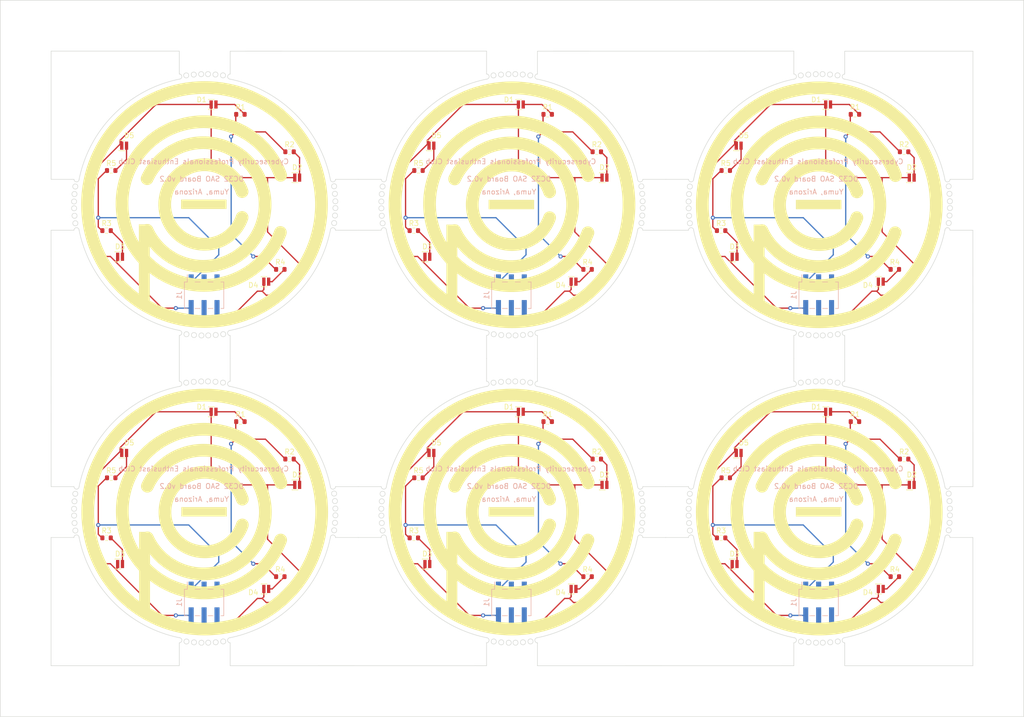
<source format=kicad_pcb>
(kicad_pcb (version 20211014) (generator pcbnew)
  (layers (0 "F.Cu" signal) (31 "B.Cu" signal) (34 "B.Paste" user) (35 "F.Paste" user) (36 "B.SilkS" user "B.Silkscreen") (37 "F.SilkS" user "F.Silkscreen") (38 "B.Mask" user) (39 "F.Mask" user) (44 "Edge.Cuts" user))
  (net 0 "")
  (net 1 "Net-(D1-Pad1)")
  (net 2 "Net-(D1-Pad2)")
  (net 3 "Net-(D2-Pad2)")
  (net 4 "Net-(D3-Pad2)")
  (net 5 "Net-(D4-Pad2)")
  (net 6 "Net-(D5-Pad2)")
  (net 7 "Net-(J1-Pad1)")
  (footprint "LEDs:LED_0606" (layer "F.Cu") (at 64.003727 47.430438)
    (fp_text reference "D5")
    (fp_text value "LED")
  )
  (footprint "Resistor_SMD:R_0603_1608Metric" (layer "F.Cu") (at 215.530395 132.164519)
    (fp_text reference "R4")
    (fp_text value "5")
  )
  (footprint "Resistor_SMD:R_0603_1608Metric" (layer "F.Cu") (at 182.285395 52.318707)
    (fp_text reference "R5")
    (fp_text value "5")
  )
  (footprint "LEDs:LED_0606" (layer "F.Cu") (at 98.023727 114.124519)
    (fp_text reference "D2")
    (fp_text value "LED")
  )
  (footprint "LEDs:LED_0606" (layer "F.Cu") (at 81.583727 39.333685)
    (fp_text reference "D1")
    (fp_text value "LED")
  )
  (footprint "Resistor_SMD:R_0603_1608Metric" (layer "F.Cu") (at 120.962061 64.133685)
    (fp_text reference "R3")
    (fp_text value "5")
  )
  (footprint "LEDs:LED_0606" (layer "F.Cu") (at 123.614561 129.682939)
    (fp_text reference "D3")
    (fp_text value "LED")
  )
  (footprint "Resistor_SMD:R_0603_1608Metric" (layer "F.Cu") (at 215.530395 71.753685)
    (fp_text reference "R4")
    (fp_text value "5")
  )
  (footprint "Resistor_SMD:R_0603_1608Metric" (layer "F.Cu") (at 156.934561 48.633685)
    (fp_text reference "R2")
    (fp_text value "5")
  )
  (footprint "Resistor_SMD:R_0603_1608Metric" (layer "F.Cu") (at 94.708727 132.164519)
    (fp_text reference "R4")
    (fp_text value "5")
  )
  (footprint "LEDs:LED_0606" (layer "F.Cu") (at 141.994561 99.744519)
    (fp_text reference "D1")
    (fp_text value "LED")
  )
  (footprint "Resistor_SMD:R_0603_1608Metric" (layer "F.Cu") (at 156.934561 109.044519)
    (fp_text reference "R2")
    (fp_text value "5")
  )
  (footprint "Resistor_SMD:R_0603_1608Metric" (layer "F.Cu") (at 207.685395 101.684519)
    (fp_text reference "R1")
    (fp_text value "5")
  )
  (footprint "Resistor_SMD:R_0603_1608Metric" (layer "F.Cu") (at 155.119561 132.164519)
    (fp_text reference "R4")
    (fp_text value "5")
  )
  (footprint "Resistor_SMD:R_0603_1608Metric" (layer "F.Cu") (at 155.119561 71.753685)
    (fp_text reference "R4")
    (fp_text value "5")
  )
  (footprint "LEDs:LED_0606" (layer "F.Cu") (at 64.003727 107.841272)
    (fp_text reference "D5")
    (fp_text value "LED")
  )
  (footprint "LEDs:LED_0606" (layer "F.Cu") (at 63.203727 69.272105)
    (fp_text reference "D3")
    (fp_text value "LED")
  )
  (footprint "LEDs:LED_0606" (layer "F.Cu") (at 202.405395 39.333685)
    (fp_text reference "D1")
    (fp_text value "LED")
  )
  (footprint "Resistor_SMD:R_0603_1608Metric" (layer "F.Cu") (at 207.685395 41.273685)
    (fp_text reference "R1")
    (fp_text value "5")
  )
  (footprint "Resistor_SMD:R_0603_1608Metric" (layer "F.Cu") (at 60.551227 124.544519)
    (fp_text reference "R3")
    (fp_text value "5")
  )
  (footprint "Resistor_SMD:R_0603_1608Metric" (layer "F.Cu") (at 217.345395 109.044519)
    (fp_text reference "R2")
    (fp_text value "5")
  )
  (footprint "LEDs:LED_0606" (layer "F.Cu") (at 218.845395 114.124519)
    (fp_text reference "D2")
    (fp_text value "LED")
  )
  (footprint "Resistor_SMD:R_0603_1608Metric" (layer "F.Cu") (at 217.345395 48.633685)
    (fp_text reference "R2")
    (fp_text value "5")
  )
  (footprint "LEDs:LED_0606" (layer "F.Cu") (at 202.405395 99.744519)
    (fp_text reference "D1")
    (fp_text value "LED")
  )
  (footprint "LEDs:LED_0606" (layer "F.Cu") (at 184.025395 69.272105)
    (fp_text reference "D3")
    (fp_text value "LED")
  )
  (footprint "LEDs:LED_0606" (layer "F.Cu") (at 184.825395 107.841272)
    (fp_text reference "D5")
    (fp_text value "LED")
  )
  (footprint "Resistor_SMD:R_0603_1608Metric" (layer "F.Cu") (at 61.463727 52.318707)
    (fp_text reference "R5")
    (fp_text value "5")
  )
  (footprint "LEDs:LED_0606" (layer "F.Cu") (at 98.023727 53.713685)
    (fp_text reference "D2")
    (fp_text value "LED")
  )
  (footprint "Resistor_SMD:R_0603_1608Metric" (layer "F.Cu") (at 94.708727 71.753685)
    (fp_text reference "R4")
    (fp_text value "5")
  )
  (footprint "LEDs:LED_0606" (layer "F.Cu") (at 212.765395 74.167699)
    (fp_text reference "D4")
    (fp_text value "LED")
  )
  (footprint "Resistor_SMD:R_0603_1608Metric" (layer "F.Cu") (at 96.523727 48.633685)
    (fp_text reference "R2")
    (fp_text value "5")
  )
  (footprint "LEDs:LED_0606" (layer "F.Cu") (at 124.414561 107.841272)
    (fp_text reference "D5")
    (fp_text value "LED")
  )
  (footprint "Resistor_SMD:R_0603_1608Metric" (layer "F.Cu") (at 121.874561 52.318707)
    (fp_text reference "R5")
    (fp_text value "5")
  )
  (footprint "LEDs:LED_0606" (layer "F.Cu") (at 158.434561 114.124519)
    (fp_text reference "D2")
    (fp_text value "LED")
  )
  (footprint "Resistor_SMD:R_0603_1608Metric" (layer "F.Cu") (at 181.372895 64.133685)
    (fp_text reference "R3")
    (fp_text value "5")
  )
  (footprint "LEDs:LED_0606" (layer "F.Cu") (at 124.414561 47.430438)
    (fp_text reference "D5")
    (fp_text value "LED")
  )
  (footprint "LEDs:LED_0606" (layer "F.Cu") (at 218.845395 53.713685)
    (fp_text reference "D2")
    (fp_text value "LED")
  )
  (footprint "Resistor_SMD:R_0603_1608Metric" (layer "F.Cu") (at 61.463727 112.729541)
    (fp_text reference "R5")
    (fp_text value "5")
  )
  (footprint "LEDs:LED_0606" (layer "F.Cu") (at 158.434561 53.713685)
    (fp_text reference "D2")
    (fp_text value "LED")
  )
  (footprint "LEDs:LED_0606" (layer "F.Cu") (at 152.354561 74.167699)
    (fp_text reference "D4")
    (fp_text value "LED")
  )
  (footprint "LEDs:LED_0606" (layer "F.Cu") (at 63.203727 129.682939)
    (fp_text reference "D3")
    (fp_text value "LED")
  )
  (footprint "Resistor_SMD:R_0603_1608Metric" (layer "F.Cu") (at 120.962061 124.544519)
    (fp_text reference "R3")
    (fp_text value "5")
  )
  (footprint "LEDs:LED_0606" (layer "F.Cu") (at 152.354561 134.578533)
    (fp_text reference "D4")
    (fp_text value "LED")
  )
  (footprint "LEDs:LED_0606" (layer "F.Cu") (at 212.765395 134.578533)
    (fp_text reference "D4")
    (fp_text value "LED")
  )
  (footprint "LEDs:LED_0606" (layer "F.Cu") (at 91.943727 134.578533)
    (fp_text reference "D4")
    (fp_text value "LED")
  )
  (footprint "Resistor_SMD:R_0603_1608Metric" (layer "F.Cu") (at 86.863727 41.273685)
    (fp_text reference "R1")
    (fp_text value "5")
  )
  (footprint "LEDs:LED_0606" (layer "F.Cu") (at 123.614561 69.272105)
    (fp_text reference "D3")
    (fp_text value "LED")
  )
  (footprint "Resistor_SMD:R_0603_1608Metric" (layer "F.Cu") (at 182.285395 112.729541)
    (fp_text reference "R5")
    (fp_text value "5")
  )
  (footprint "Resistor_SMD:R_0603_1608Metric" (layer "F.Cu") (at 147.274561 41.273685)
    (fp_text reference "R1")
    (fp_text value "5")
  )
  (footprint "Resistor_SMD:R_0603_1608Metric" (layer "F.Cu") (at 121.874561 112.729541)
    (fp_text reference "R5")
    (fp_text value "5")
  )
  (footprint "Resistor_SMD:R_0603_1608Metric" (layer "F.Cu") (at 147.274561 101.684519)
    (fp_text reference "R1")
    (fp_text value "5")
  )
  (footprint "Resistor_SMD:R_0603_1608Metric" (layer "F.Cu") (at 181.372895 124.544519)
    (fp_text reference "R3")
    (fp_text value "5")
  )
  (footprint "Resistor_SMD:R_0603_1608Metric" (layer "F.Cu") (at 96.523727 109.044519)
    (fp_text reference "R2")
    (fp_text value "5")
  )
  (footprint "Resistor_SMD:R_0603_1608Metric" (layer "F.Cu") (at 60.551227 64.133685)
    (fp_text reference "R3")
    (fp_text value "5")
  )
  (footprint "Resistor_SMD:R_0603_1608Metric" (layer "F.Cu") (at 86.863727 101.684519)
    (fp_text reference "R1")
    (fp_text value "5")
  )
  (footprint "LEDs:LED_0606" (layer "F.Cu") (at 91.943727 74.167699)
    (fp_text reference "D4")
    (fp_text value "LED")
  )
  (footprint "LEDs:LED_0606" (layer "F.Cu") (at 184.025395 129.682939)
    (fp_text reference "D3")
    (fp_text value "LED")
  )
  (footprint "LEDs:LED_0606" (layer "F.Cu") (at 184.825395 47.430438)
    (fp_text reference "D5")
    (fp_text value "LED")
  )
  (footprint "LEDs:LED_0606" (layer "F.Cu") (at 141.994561 39.333685)
    (fp_text reference "D1")
    (fp_text value "LED")
  )
  (footprint "LEDs:LED_0606" (layer "F.Cu") (at 81.583727 99.744519)
    (fp_text reference "D1")
    (fp_text value "LED")
  )
  (footprint "Connector_PinHeader_2.54mm:PinHeader_2x03_P2.54mm_Vertical_SMD" (layer "B.Cu") (at 79.723727 137.244519 -90)
    (fp_text reference "J1")
    (fp_text value "Conn_01x06_Male")
  )
  (footprint "Connector_PinHeader_2.54mm:PinHeader_2x03_P2.54mm_Vertical_SMD" (layer "B.Cu") (at 140.134561 76.833685 -90)
    (fp_text reference "J1")
    (fp_text value "Conn_01x06_Male")
  )
  (footprint "Connector_PinHeader_2.54mm:PinHeader_2x03_P2.54mm_Vertical_SMD" (layer "B.Cu") (at 140.134561 137.244519 -90)
    (fp_text reference "J1")
    (fp_text value "Conn_01x06_Male")
  )
  (footprint "Connector_PinHeader_2.54mm:PinHeader_2x03_P2.54mm_Vertical_SMD" (layer "B.Cu") (at 200.545395 76.833685 -90)
    (fp_text reference "J1")
    (fp_text value "Conn_01x06_Male")
  )
  (footprint "Connector_PinHeader_2.54mm:PinHeader_2x03_P2.54mm_Vertical_SMD" (layer "B.Cu") (at 200.545395 137.244519 -90)
    (fp_text reference "J1")
    (fp_text value "Conn_01x06_Male")
  )
  (footprint "Connector_PinHeader_2.54mm:PinHeader_2x03_P2.54mm_Vertical_SMD" (layer "B.Cu") (at 79.723727 76.833685 -90)
    (fp_text reference "J1")
    (fp_text value "Conn_01x06_Male")
  )
  (gr_circle (center 140.260831 119.464519) (end 163.260831 119.464519) (layer "F.SilkS") (width 2.5) (fill none))
  (gr_arc (start 155.184561 124.964519) (mid 124.049812 119.203311) (end 155.234561 113.719196) (layer "F.SilkS") (width 2.5))
  (gr_rect (start 127.434561 139.564519) (end 129.434561 123.434519) (layer "F.SilkS") (width 0.15) (fill solid))
  (gr_circle (center 162.514561 122.004519) (end 162.514561 122.004519) (layer "F.SilkS") (width 0.15) (fill none))
  (gr_circle (center 102.103727 122.004519) (end 102.103727 122.004519) (layer "F.SilkS") (width 0.15) (fill none))
  (gr_circle (center 79.8 59) (end 102.8 59) (layer "F.SilkS") (width 2.5) (fill none))
  (gr_arc (start 94.773727 124.964519) (mid 63.638978 119.203311) (end 94.823727 113.719196) (layer "F.SilkS") (width 2.5))
  (gr_circle (center 102.103727 122.004519) (end 102.103727 122.004519) (layer "F.SilkS") (width 0.15) (fill none))
  (gr_arc (start 208.065395 122.004519) (mid 192.853811 119.464519) (end 208.065395 116.924519) (layer "F.SilkS") (width 2.5))
  (gr_arc (start 94.72373 64.5) (mid 63.588981 58.73879) (end 94.77373 53.254677) (layer "F.SilkS") (width 2.5))
  (gr_rect (start 132.034561 69.213685) (end 132.034561 69.213685) (layer "F.SilkS") (width 0.15) (fill none))
  (gr_circle (center 222.925395 61.593685) (end 222.925395 61.593685) (layer "F.SilkS") (width 0.15) (fill none))
  (gr_rect (start 71.623727 129.624519) (end 71.623727 129.624519) (layer "F.SilkS") (width 0.15) (fill none))
  (gr_arc (start 147.654561 61.593685) (mid 132.442977 59.053685) (end 147.654561 56.513685) (layer "F.SilkS") (width 2.5))
  (gr_rect (start 135.734561 58.153685) (end 144.534561 59.853685) (layer "F.SilkS") (width 0.15) (fill solid))
  (gr_arc (start 208.065395 61.593685) (mid 192.853811 59.053685) (end 208.065395 56.513685) (layer "F.SilkS") (width 2.5))
  (gr_arc (start 147.654561 122.004519) (mid 132.442977 119.464519) (end 147.654561 116.924519) (layer "F.SilkS") (width 2.5))
  (gr_rect (start 187.845395 79.153685) (end 189.845395 63.023685) (layer "F.SilkS") (width 0.15) (fill solid))
  (gr_circle (center 200.671665 119.464519) (end 223.671665 119.464519) (layer "F.SilkS") (width 2.5) (fill none))
  (gr_arc (start 128.984561 114.384519) (mid 152.181913 119.464519) (end 128.984561 124.544519) (layer "F.SilkS") (width 2.5))
  (gr_rect (start 71.57373 69.16) (end 71.57373 69.16) (layer "F.SilkS") (width 0.15) (fill none))
  (gr_circle (center 140.260831 59.053685) (end 163.260831 59.053685) (layer "F.SilkS") (width 2.5) (fill none))
  (gr_rect (start 75.323727 118.564519) (end 84.123727 120.264519) (layer "F.SilkS") (width 0.15) (fill solid))
  (gr_circle (center 222.925395 122.004519) (end 222.925395 122.004519) (layer "F.SilkS") (width 0.15) (fill none))
  (gr_rect (start 192.445395 69.213685) (end 192.445395 69.213685) (layer "F.SilkS") (width 0.15) (fill none))
  (gr_arc (start 189.395395 114.384519) (mid 212.592747 119.464519) (end 189.395395 124.544519) (layer "F.SilkS") (width 2.5))
  (gr_arc (start 189.395395 53.973685) (mid 212.592747 59.053685) (end 189.395395 64.133685) (layer "F.SilkS") (width 2.5))
  (gr_arc (start 128.984561 53.973685) (mid 152.181913 59.053685) (end 128.984561 64.133685) (layer "F.SilkS") (width 2.5))
  (gr_arc (start 68.52373 53.92) (mid 91.721082 59) (end 68.52373 64.08) (layer "F.SilkS") (width 2.5))
  (gr_circle (center 222.925395 122.004519) (end 222.925395 122.004519) (layer "F.SilkS") (width 0.15) (fill none))
  (gr_rect (start 66.97373 79.1) (end 68.97373 62.97) (layer "F.SilkS") (width 0.15) (fill solid))
  (gr_rect (start 135.734561 118.564519) (end 144.534561 120.264519) (layer "F.SilkS") (width 0.15) (fill solid))
  (gr_rect (start 67.023727 139.564519) (end 69.023727 123.434519) (layer "F.SilkS") (width 0.15) (fill solid))
  (gr_circle (center 162.514561 122.004519) (end 162.514561 122.004519) (layer "F.SilkS") (width 0.15) (fill none))
  (gr_circle (center 102.05373 61.54) (end 102.05373 61.54) (layer "F.SilkS") (width 0.15) (fill none))
  (gr_rect (start 132.034561 129.624519) (end 132.034561 129.624519) (layer "F.SilkS") (width 0.15) (fill none))
  (gr_arc (start 155.184561 64.553685) (mid 124.049812 58.792475) (end 155.234561 53.308362) (layer "F.SilkS") (width 2.5))
  (gr_circle (center 162.514561 61.593685) (end 162.514561 61.593685) (layer "F.SilkS") (width 0.15) (fill none))
  (gr_rect (start 196.145395 58.153685) (end 204.945395 59.853685) (layer "F.SilkS") (width 0.15) (fill solid))
  (gr_rect (start 196.145395 118.564519) (end 204.945395 120.264519) (layer "F.SilkS") (width 0.15) (fill solid))
  (gr_circle (center 79.849997 119.464519) (end 102.849997 119.464519) (layer "F.SilkS") (width 2.5) (fill none))
  (gr_rect (start 75.27373 58.1) (end 84.07373 59.8) (layer "F.SilkS") (width 0.15) (fill solid))
  (gr_circle (center 102.05373 61.54) (end 102.05373 61.54) (layer "F.SilkS") (width 0.15) (fill none))
  (gr_circle (center 222.925395 61.593685) (end 222.925395 61.593685) (layer "F.SilkS") (width 0.15) (fill none))
  (gr_arc (start 215.595395 124.964519) (mid 184.460646 119.203311) (end 215.645395 113.719196) (layer "F.SilkS") (width 2.5))
  (gr_rect (start 192.445395 129.624519) (end 192.445395 129.624519) (layer "F.SilkS") (width 0.15) (fill none))
  (gr_circle (center 162.514561 61.593685) (end 162.514561 61.593685) (layer "F.SilkS") (width 0.15) (fill none))
  (gr_arc (start 215.595395 64.553685) (mid 184.460646 58.792477) (end 215.645395 53.308362) (layer "F.SilkS") (width 2.5))
  (gr_circle (center 200.671665 59.053685) (end 223.671665 59.053685) (layer "F.SilkS") (width 2.5) (fill none))
  (gr_rect (start 187.845395 139.564519) (end 189.845395 123.434519) (layer "F.SilkS") (width 0.15) (fill solid))
  (gr_rect (start 127.434561 79.153685) (end 129.434561 63.023685) (layer "F.SilkS") (width 0.15) (fill solid))
  (gr_arc (start 87.19373 61.54) (mid 71.982146 59) (end 87.19373 56.46) (layer "F.SilkS") (width 2.5))
  (gr_arc (start 87.243727 122.004519) (mid 72.032143 119.464519) (end 87.243727 116.924519) (layer "F.SilkS") (width 2.5))
  (gr_arc (start 68.573727 114.384519) (mid 91.771079 119.464519) (end 68.573727 124.544519) (layer "F.SilkS") (width 2.5))
  (gr_circle (center 79.159279 33.372763) (end 79.159279 32.872763) (layer "Edge.Cuts") (width 0.1) (fill none))
  (gr_line (start 54.151009 54.053685) (end 49.649997 54.053685) (layer "Edge.Cuts") (width 0.1))
  (gr_arc (start 84.849997 94.765531) (mid 84.349997 94.265531) (end 84.849997 93.765531) (layer "Edge.Cuts") (width 0.1))
  (gr_arc (start 145.260831 94.765531) (mid 144.760831 94.265531) (end 145.260831 93.765531) (layer "Edge.Cuts") (width 0.1))
  (gr_arc (start 104.548985 124.464519) (mid 97.669088 137.28361) (end 84.849997 144.163507) (layer "Edge.Cuts") (width 0.1))
  (gr_circle (center 138.148655 145.074134) (end 138.148655 145.574134) (layer "Edge.Cuts") (width 0.1) (fill none))
  (gr_circle (center 105.449374 117.30599) (end 105.949374 117.30599) (layer "Edge.Cuts") (width 0.1) (fill none))
  (gr_arc (start 145.260831 145.174341) (mid 144.755414 144.668924) (end 145.260831 144.163507) (layer "Edge.Cuts") (width 0.1))
  (gr_arc (start 164.959819 124.464519) (mid 165.459819 123.964519) (end 165.959819 124.464519) (layer "Edge.Cuts") (width 0.1))
  (gr_line (start 54.140175 124.464519) (end 49.639163 124.464519) (layer "Edge.Cuts") (width 0.1))
  (gr_circle (center 140.951549 145.145441) (end 140.951549 145.645441) (layer "Edge.Cuts") (width 0.1) (fill none))
  (gr_arc (start 115.561843 54.053685) (mid 115.061843 54.553685) (end 114.561843 54.053685) (layer "Edge.Cuts") (width 0.1))
  (gr_circle (center 204.308735 84.489972) (end 204.308735 84.989972) (layer "Edge.Cuts") (width 0.1) (fill none))
  (gr_arc (start 84.849997 34.354697) (mid 84.349997 33.854697) (end 84.849997 33.354697) (layer "Edge.Cuts") (width 0.1))
  (gr_circle (center 175.06205 117.352343) (end 174.56205 117.352343) (layer "Edge.Cuts") (width 0.1) (fill none))
  (gr_line (start 195.671665 145.163507) (end 195.671665 149.664519) (layer "Edge.Cuts") (width 0.1))
  (gr_arc (start 226.381487 54.053685) (mid 225.87607 54.559102) (end 225.370653 54.053685) (layer "Edge.Cuts") (width 0.1))
  (gr_circle (center 198.559489 84.6633) (end 198.559489 85.1633) (layer "Edge.Cuts") (width 0.1) (fill none))
  (gr_circle (center 226.28128 121.576695) (end 226.78128 121.576695) (layer "Edge.Cuts") (width 0.1) (fill none))
  (gr_line (start 105.548985 124.464519) (end 110.049997 124.464519) (layer "Edge.Cuts") (width 0.1))
  (gr_circle (center 105.459612 121.576695) (end 105.959612 121.576695) (layer "Edge.Cuts") (width 0.1) (fill none))
  (gr_line (start 135.260831 33.343863) (end 135.260831 28.842851) (layer "Edge.Cuts") (width 0.1))
  (gr_circle (center 77.737821 145.074134) (end 77.737821 145.574134) (layer "Edge.Cuts") (width 0.1) (fill none))
  (gr_arc (start 205.671665 145.174341) (mid 205.166248 144.668924) (end 205.671665 144.163507) (layer "Edge.Cuts") (width 0.1))
  (gr_circle (center 143.851548 33.60716) (end 143.851548 33.10716) (layer "Edge.Cuts") (width 0.1) (fill none))
  (gr_arc (start 84.849997 145.174341) (mid 84.34458 144.668924) (end 84.849997 144.163507) (layer "Edge.Cuts") (width 0.1))
  (gr_circle (center 165.951991 59.69805) (end 166.451991 59.69805) (layer "Edge.Cuts") (width 0.1) (fill none))
  (gr_circle (center 197.034595 94.028232) (end 197.034595 93.528232) (layer "Edge.Cuts") (width 0.1) (fill none))
  (gr_circle (center 226.271042 117.30599) (end 226.771042 117.30599) (layer "Edge.Cuts") (width 0.1) (fill none))
  (gr_circle (center 81.962173 33.44407) (end 81.962173 32.94407) (layer "Edge.Cuts") (width 0.1) (fill none))
  (gr_arc (start 205.671665 34.354697) (mid 218.490756 41.234594) (end 225.370653 54.053685) (layer "Edge.Cuts") (width 0.1))
  (gr_circle (center 142.373007 93.854904) (end 142.373007 93.354904) (layer "Edge.Cuts") (width 0.1) (fill none))
  (gr_arc (start 135.260831 83.752673) (mid 135.760831 84.252673) (end 135.260831 84.752673) (layer "Edge.Cuts") (width 0.1))
  (gr_line (start 84.849997 149.675353) (end 135.260831 149.664519) (layer "Edge.Cuts") (width 0.1))
  (gr_circle (center 114.824544 123.101589) (end 114.324544 123.101589) (layer "Edge.Cuts") (width 0.1) (fill none))
  (gr_circle (center 105.530919 118.773801) (end 106.030919 118.773801) (layer "Edge.Cuts") (width 0.1) (fill none))
  (gr_circle (center 105.541157 120.108884) (end 106.041157 120.108884) (layer "Edge.Cuts") (width 0.1) (fill none))
  (gr_circle (center 204.262382 33.60716) (end 204.262382 33.10716) (layer "Edge.Cuts") (width 0.1) (fill none))
  (gr_circle (center 165.707356 123.055236) (end 166.207356 123.055236) (layer "Edge.Cuts") (width 0.1) (fill none))
  (gr_line (start 84.849997 33.354697) (end 84.849997 28.853685) (layer "Edge.Cuts") (width 0.1))
  (gr_arc (start 114.551009 64.053685) (mid 115.056426 63.548268) (end 115.561843 64.053685) (layer "Edge.Cuts") (width 0.1))
  (gr_circle (center 202.783841 93.854904) (end 202.783841 93.354904) (layer "Edge.Cuts") (width 0.1) (fill none))
  (gr_arc (start 54.140175 124.464519) (mid 54.645592 123.959102) (end 55.151009 124.464519) (layer "Edge.Cuts") (width 0.1))
  (gr_circle (center 114.569671 118.820154) (end 114.069671 118.820154) (layer "Edge.Cuts") (width 0.1) (fill none))
  (gr_circle (center 76.25928 144.911044) (end 76.25928 145.411044) (layer "Edge.Cuts") (width 0.1) (fill none))
  (gr_line (start 165.959819 124.464519) (end 170.460831 124.464519) (layer "Edge.Cuts") (width 0.1))
  (gr_circle (center 114.661454 61.212214) (end 114.161454 61.212214) (layer "Edge.Cuts") (width 0.1) (fill none))
  (gr_circle (center 82.008526 84.653062) (end 82.008526 85.153062) (layer "Edge.Cuts") (width 0.1) (fill none))
  (gr_line (start 145.260831 145.174341) (end 145.260831 149.675353) (layer "Edge.Cuts") (width 0.1))
  (gr_line (start 74.849997 33.343863) (end 74.849997 28.842851) (layer "Edge.Cuts") (width 0.1))
  (gr_circle (center 76.25928 84.50021) (end 76.25928 85.00021) (layer "Edge.Cuts") (width 0.1) (fill none))
  (gr_circle (center 204.262382 94.017994) (end 204.262382 93.517994) (layer "Edge.Cuts") (width 0.1) (fill none))
  (gr_circle (center 226.107952 55.416615) (end 226.607952 55.416615) (layer "Edge.Cuts") (width 0.1) (fill none))
  (gr_line (start 84.849997 84.763507) (end 84.849997 89.264519) (layer "Edge.Cuts") (width 0.1))
  (gr_circle (center 202.830194 145.063896) (end 202.830194 145.563896) (layer "Edge.Cuts") (width 0.1) (fill none))
  (gr_arc (start 55.151009 54.053685) (mid 62.030906 41.234594) (end 74.849997 34.354697) (layer "Edge.Cuts") (width 0.1))
  (gr_circle (center 81.962173 93.854904) (end 81.962173 93.354904) (layer "Edge.Cuts") (width 0.1) (fill none))
  (gr_arc (start 115.561843 114.464519) (mid 115.061843 114.964519) (end 114.561843 114.464519) (layer "Edge.Cuts") (width 0.1))
  (gr_circle (center 80.540715 145.145441) (end 80.540715 145.645441) (layer "Edge.Cuts") (width 0.1) (fill none))
  (gr_arc (start 104.548985 124.464519) (mid 105.048985 123.964519) (end 105.548985 124.464519) (layer "Edge.Cuts") (width 0.1))
  (gr_line (start 165.970653 114.464519) (end 170.471665 114.464519) (layer "Edge.Cuts") (width 0.1))
  (gr_line (start 135.260831 84.752673) (end 135.260831 89.253685) (layer "Edge.Cuts") (width 0.1))
  (gr_circle (center 199.980947 93.783597) (end 199.980947 93.283597) (layer "Edge.Cuts") (width 0.1) (fill none))
  (gr_line (start 54.140175 64.053685) (end 49.639163 64.053685) (layer "Edge.Cuts") (width 0.1))
  (gr_line (start 195.671665 84.752673) (end 195.671665 89.253685) (layer "Edge.Cuts") (width 0.1))
  (gr_circle (center 201.31603 33.362525) (end 201.31603 32.862525) (layer "Edge.Cuts") (width 0.1) (fill none))
  (gr_arc (start 74.849997 33.343863) (mid 75.355414 33.84928) (end 74.849997 34.354697) (layer "Edge.Cuts") (width 0.1))
  (gr_circle (center 138.102302 93.865142) (end 138.102302 93.365142) (layer "Edge.Cuts") (width 0.1) (fill none))
  (gr_circle (center 83.440714 94.017994) (end 83.440714 93.517994) (layer "Edge.Cuts") (width 0.1) (fill none))
  (gr_circle (center 54.403472 115.873802) (end 53.903472 115.873802) (layer "Edge.Cuts") (width 0.1) (fill none))
  (gr_circle (center 197.080948 84.50021) (end 197.080948 85.00021) (layer "Edge.Cuts") (width 0.1) (fill none))
  (gr_line (start 49.649997 54.053685) (end 49.649997 28.842851) (layer "Edge.Cuts") (width 0.1))
  (gr_circle (center 202.830194 84.653062) (end 202.830194 85.153062) (layer "Edge.Cuts") (width 0.1) (fill none))
  (gr_circle (center 54.25062 61.212214) (end 53.75062 61.212214) (layer "Edge.Cuts") (width 0.1) (fill none))
  (gr_line (start 195.671665 93.754697) (end 195.671665 89.253685) (layer "Edge.Cuts") (width 0.1))
  (gr_circle (center 54.41371 123.101589) (end 53.91371 123.101589) (layer "Edge.Cuts") (width 0.1) (fill none))
  (gr_circle (center 174.990743 120.155237) (end 174.490743 120.155237) (layer "Edge.Cuts") (width 0.1) (fill none))
  (gr_circle (center 226.11819 62.644402) (end 226.61819 62.644402) (layer "Edge.Cuts") (width 0.1) (fill none))
  (gr_line (start 226.381487 114.464519) (end 230.882499 114.464519) (layer "Edge.Cuts") (width 0.1))
  (gr_arc (start 135.260831 33.343863) (mid 135.766248 33.84928) (end 135.260831 34.354697) (layer "Edge.Cuts") (width 0.1))
  (gr_line (start 174.961843 64.053685) (end 170.460831 64.053685) (layer "Edge.Cuts") (width 0.1))
  (gr_line (start 49.639163 149.664519) (end 74.849997 149.664519) (layer "Edge.Cuts") (width 0.1))
  (gr_circle (center 165.707356 62.644402) (end 166.207356 62.644402) (layer "Edge.Cuts") (width 0.1) (fill none))
  (gr_arc (start 175.972677 114.464519) (mid 182.852574 101.645428) (end 195.671665 94.765531) (layer "Edge.Cuts") (width 0.1))
  (gr_line (start 205.671665 28.853685) (end 230.882499 28.853685) (layer "Edge.Cuts") (width 0.1))
  (gr_line (start 205.671665 93.765531) (end 205.671665 89.264519) (layer "Edge.Cuts") (width 0.1))
  (gr_line (start 74.849997 93.754697) (end 74.849997 89.253685) (layer "Edge.Cuts") (width 0.1))
  (gr_line (start 105.548985 64.053685) (end 110.049997 64.053685) (layer "Edge.Cuts") (width 0.1))
  (gr_circle (center 202.783841 33.44407) (end 202.783841 32.94407) (layer "Edge.Cuts") (width 0.1) (fill none))
  (gr_circle (center 105.286284 115.827449) (end 105.786284 115.827449) (layer "Edge.Cuts") (width 0.1) (fill none))
  (gr_arc (start 195.671665 33.343863) (mid 196.177082 33.84928) (end 195.671665 34.354697) (layer "Edge.Cuts") (width 0.1))
  (gr_line (start 114.551009 64.053685) (end 110.049997 64.053685) (layer "Edge.Cuts") (width 0.1))
  (gr_circle (center 226.28128 61.165861) (end 226.78128 61.165861) (layer "Edge.Cuts") (width 0.1) (fill none))
  (gr_arc (start 105.559819 54.053685) (mid 105.054402 54.559102) (end 104.548985 54.053685) (layer "Edge.Cuts") (width 0.1))
  (gr_circle (center 165.697118 115.827449) (end 166.197118 115.827449) (layer "Edge.Cuts") (width 0.1) (fill none))
  (gr_circle (center 143.897901 84.489972) (end 143.897901 84.989972) (layer "Edge.Cuts") (width 0.1) (fill none))
  (gr_arc (start 164.959819 64.053685) (mid 165.459819 63.553685) (end 165.959819 64.053685) (layer "Edge.Cuts") (width 0.1))
  (gr_arc (start 145.260831 34.354697) (mid 158.079922 41.234594) (end 164.959819 54.053685) (layer "Edge.Cuts") (width 0.1))
  (gr_circle (center 105.530919 58.362967) (end 106.030919 58.362967) (layer "Edge.Cuts") (width 0.1) (fill none))
  (gr_arc (start 84.849997 94.765531) (mid 97.669088 101.645428) (end 104.548985 114.464519) (layer "Edge.Cuts") (width 0.1))
  (gr_arc (start 175.972677 114.464519) (mid 175.472677 114.964519) (end 174.972677 114.464519) (layer "Edge.Cuts") (width 0.1))
  (gr_circle (center 226.11819 123.055236) (end 226.61819 123.055236) (layer "Edge.Cuts") (width 0.1) (fill none))
  (gr_arc (start 195.671665 144.163507) (mid 182.852574 137.28361) (end 175.972677 124.464519) (layer "Edge.Cuts") (width 0.1))
  (gr_arc (start 205.671665 94.765531) (mid 218.490756 101.645428) (end 225.370653 114.464519) (layer "Edge.Cuts") (width 0.1))
  (gr_circle (center 136.623761 94.028232) (end 136.623761 93.528232) (layer "Edge.Cuts") (width 0.1) (fill none))
  (gr_line (start 49.639163 124.464519) (end 49.639163 149.664519) (layer "Edge.Cuts") (width 0.1))
  (gr_arc (start 135.260831 144.163507) (mid 135.760831 144.663507) (end 135.260831 145.163507) (layer "Edge.Cuts") (width 0.1))
  (gr_arc (start 175.972677 54.053685) (mid 182.852574 41.234594) (end 195.671665 34.354697) (layer "Edge.Cuts") (width 0.1))
  (gr_circle (center 82.008526 145.063896) (end 82.008526 145.563896) (layer "Edge.Cuts") (width 0.1) (fill none))
  (gr_circle (center 114.814306 55.462968) (end 114.314306 55.462968) (layer "Edge.Cuts") (width 0.1) (fill none))
  (gr_circle (center 201.362383 84.734607) (end 201.362383 85.234607) (layer "Edge.Cuts") (width 0.1) (fill none))
  (gr_arc (start 74.849997 83.752673) (mid 62.030906 76.872776) (end 55.151009 64.053685) (layer "Edge.Cuts") (width 0.1))
  (gr_arc (start 195.671665 93.754697) (mid 196.177082 94.260114) (end 195.671665 94.765531) (layer "Edge.Cuts") (width 0.1))
  (gr_circle (center 114.651216 56.941509) (end 114.151216 56.941509) (layer "Edge.Cuts") (width 0.1) (fill none))
  (gr_circle (center 226.362825 59.69805) (end 226.862825 59.69805) (layer "Edge.Cuts") (width 0.1) (fill none))
  (gr_circle (center 226.107952 115.827449) (end 226.607952 115.827449) (layer "Edge.Cuts") (width 0.1) (fill none))
  (gr_line (start 174.972677 54.053685) (end 170.471665 54.053685) (layer "Edge.Cuts") (width 0.1))
  (gr_arc (start 74.849997 144.163507) (mid 62.030906 137.28361) (end 55.151009 124.464519) (layer "Edge.Cuts") (width 0.1))
  (gr_circle (center 165.697118 55.416615) (end 166.197118 55.416615) (layer "Edge.Cuts") (width 0.1) (fill none))
  (gr_line (start 205.671665 149.675353) (end 230.871665 149.675353) (layer "Edge.Cuts") (width 0.1))
  (gr_circle (center 114.651216 117.352343) (end 114.151216 117.352343) (layer "Edge.Cuts") (width 0.1) (fill none))
  (gr_circle (center 54.158837 118.820154) (end 53.658837 118.820154) (layer "Edge.Cuts") (width 0.1) (fill none))
  (gr_arc (start 175.972677 54.053685) (mid 175.472677 54.553685) (end 174.972677 54.053685) (layer "Edge.Cuts") (width 0.1))
  (gr_arc (start 135.260831 83.752673) (mid 122.44174 76.872776) (end 115.561843 64.053685) (layer "Edge.Cuts") (width 0.1))
  (gr_arc (start 74.849997 83.752673) (mid 75.349997 84.252673) (end 74.849997 84.752673) (layer "Edge.Cuts") (width 0.1))
  (gr_arc (start 54.140175 64.053685) (mid 54.645592 63.548268) (end 55.151009 64.053685) (layer "Edge.Cuts") (width 0.1))
  (gr_circle (center 54.403472 55.462968) (end 53.903472 55.462968) (layer "Edge.Cuts") (width 0.1) (fill none))
  (gr_circle (center 105.296522 62.644402) (end 105.796522 62.644402) (layer "Edge.Cuts") (width 0.1) (fill none))
  (gr_circle (center 204.308735 144.900806) (end 204.308735 145.400806) (layer "Edge.Cuts") (width 0.1) (fill none))
  (gr_arc (start 84.849997 34.354697) (mid 97.669088 41.234594) (end 104.548985 54.053685) (layer "Edge.Cuts") (width 0.1))
  (gr_circle (center 165.870446 61.165861) (end 166.370446 61.165861) (layer "Edge.Cuts") (width 0.1) (fill none))
  (gr_circle (center 174.990743 59.744403) (end 174.490743 59.744403) (layer "Edge.Cuts") (width 0.1) (fill none))
  (gr_circle (center 198.513136 33.454308) (end 198.513136 32.954308) (layer "Edge.Cuts") (width 0.1) (fill none))
  (gr_circle (center 140.905196 33.362525) (end 140.905196 32.862525) (layer "Edge.Cuts") (width 0.1) (fill none))
  (gr_circle (center 198.559489 145.074134) (end 198.559489 145.574134) (layer "Edge.Cuts") (width 0.1) (fill none))
  (gr_circle (center 197.080948 144.911044) (end 197.080948 145.411044) (layer "Edge.Cuts") (width 0.1) (fill none))
  (gr_circle (center 114.661454 121.623048) (end 114.161454 121.623048) (layer "Edge.Cuts") (width 0.1) (fill none))
  (gr_line (start 114.561843 54.053685) (end 110.060831 54.053685) (layer "Edge.Cuts") (width 0.1))
  (gr_circle (center 143.851548 94.017994) (end 143.851548 93.517994) (layer "Edge.Cuts") (width 0.1) (fill none))
  (gr_circle (center 175.22514 115.873802) (end 174.72514 115.873802) (layer "Edge.Cuts") (width 0.1) (fill none))
  (gr_line (start 165.959819 64.053685) (end 170.460831 64.053685) (layer "Edge.Cuts") (width 0.1))
  (gr_arc (start 205.671665 94.765531) (mid 205.171665 94.265531) (end 205.671665 93.765531) (layer "Edge.Cuts") (width 0.1))
  (gr_circle (center 79.205632 84.744845) (end 79.205632 85.244845) (layer "Edge.Cuts") (width 0.1) (fill none))
  (gr_arc (start 104.548985 64.053685) (mid 97.669088 76.872776) (end 84.849997 83.752673) (layer "Edge.Cuts") (width 0.1))
  (gr_circle (center 139.570113 93.783597) (end 139.570113 93.283597) (layer "Edge.Cuts") (width 0.1) (fill none))
  (gr_circle (center 226.352587 118.773801) (end 226.852587 118.773801) (layer "Edge.Cuts") (width 0.1) (fill none))
  (gr_circle (center 142.41936 84.653062) (end 142.41936 85.153062) (layer "Edge.Cuts") (width 0.1) (fill none))
  (gr_arc (start 135.260831 93.754697) (mid 135.766248 94.260114) (end 135.260831 94.765531) (layer "Edge.Cuts") (width 0.1))
  (gr_circle (center 105.459612 61.165861) (end 105.959612 61.165861) (layer "Edge.Cuts") (width 0.1) (fill none))
  (gr_circle (center 138.148655 84.6633) (end 138.148655 85.1633) (layer "Edge.Cuts") (width 0.1) (fill none))
  (gr_line (start 230.871665 124.464519) (end 230.871665 149.675353) (layer "Edge.Cuts") (width 0.1))
  (gr_arc (start 195.671665 144.163507) (mid 196.171665 144.663507) (end 195.671665 145.163507) (layer "Edge.Cuts") (width 0.1))
  (gr_circle (center 54.240382 56.941509) (end 53.740382 56.941509) (layer "Edge.Cuts") (width 0.1) (fill none))
  (gr_circle (center 174.980505 118.820154) (end 174.480505 118.820154) (layer "Edge.Cuts") (width 0.1) (fill none))
  (gr_circle (center 136.623761 33.617398) (end 136.623761 33.117398) (layer "Edge.Cuts") (width 0.1) (fill none))
  (gr_circle (center 139.616466 145.155679) (end 139.616466 145.655679) (layer "Edge.Cuts") (width 0.1) (fill none))
  (gr_circle (center 199.980947 33.372763) (end 199.980947 32.872763) (layer "Edge.Cuts") (width 0.1) (fill none))
  (gr_line (start 114.561843 114.464519) (end 110.060831 114.464519) (layer "Edge.Cuts") (width 0.1))
  (gr_circle (center 105.286284 55.416615) (end 105.786284 55.416615) (layer "Edge.Cuts") (width 0.1) (fill none))
  (gr_line (start 195.671665 33.343863) (end 195.671665 28.842851) (layer "Edge.Cuts") (width 0.1))
  (gr_circle (center 79.159279 93.783597) (end 79.159279 93.283597) (layer "Edge.Cuts") (width 0.1) (fill none))
  (gr_circle (center 140.951549 84.734607) (end 140.951549 85.234607) (layer "Edge.Cuts") (width 0.1) (fill none))
  (gr_line (start 174.961843 124.464519) (end 170.460831 124.464519) (layer "Edge.Cuts") (width 0.1))
  (gr_circle (center 138.102302 33.454308) (end 138.102302 32.954308) (layer "Edge.Cuts") (width 0.1) (fill none))
  (gr_circle (center 139.616466 84.744845) (end 139.616466 85.244845) (layer "Edge.Cuts") (width 0.1) (fill none))
  (gr_arc (start 205.671665 34.354697) (mid 205.171665 33.854697) (end 205.671665 33.354697) (layer "Edge.Cuts") (width 0.1))
  (gr_circle (center 226.352587 58.362967) (end 226.852587 58.362967) (layer "Edge.Cuts") (width 0.1) (fill none))
  (gr_line (start 230.882499 114.464519) (end 230.871665 64.053685) (layer "Edge.Cuts") (width 0.1))
  (gr_line (start 135.260831 28.842851) (end 84.849997 28.853685) (layer "Edge.Cuts") (width 0.1))
  (gr_circle (center 80.494362 93.773359) (end 80.494362 93.273359) (layer "Edge.Cuts") (width 0.1) (fill none))
  (gr_line (start 114.551009 124.464519) (end 110.049997 124.464519) (layer "Edge.Cuts") (width 0.1))
  (gr_line (start 105.559819 114.464519) (end 110.060831 114.464519) (layer "Edge.Cuts") (width 0.1))
  (gr_line (start 195.671665 28.842851) (end 145.260831 28.853685) (layer "Edge.Cuts") (width 0.1))
  (gr_line (start 54.151009 114.464519) (end 49.649997 114.464519) (layer "Edge.Cuts") (width 0.1))
  (gr_circle (center 105.541157 59.69805) (end 106.041157 59.69805) (layer "Edge.Cuts") (width 0.1) (fill none))
  (gr_arc (start 165.970653 114.464519) (mid 165.465236 114.969936) (end 164.959819 114.464519) (layer "Edge.Cuts") (width 0.1))
  (gr_circle (center 77.737821 84.6633) (end 77.737821 85.1633) (layer "Edge.Cuts") (width 0.1) (fill none))
  (gr_circle (center 114.579909 59.744403) (end 114.079909 59.744403) (layer "Edge.Cuts") (width 0.1) (fill none))
  (gr_circle (center 165.941753 58.362967) (end 166.441753 58.362967) (layer "Edge.Cuts") (width 0.1) (fill none))
  (gr_arc (start 145.260831 84.763507) (mid 144.755414 84.25809) (end 145.260831 83.752673) (layer "Edge.Cuts") (width 0.1))
  (gr_circle (center 201.362383 145.145441) (end 201.362383 145.645441) (layer "Edge.Cuts") (width 0.1) (fill none))
  (gr_circle (center 226.271042 56.895156) (end 226.771042 56.895156) (layer "Edge.Cuts") (width 0.1) (fill none))
  (gr_line (start 205.671665 145.174341) (end 205.671665 149.675353) (layer "Edge.Cuts") (width 0.1))
  (gr_circle (center 54.169075 120.155237) (end 53.669075 120.155237) (layer "Edge.Cuts") (width 0.1) (fill none))
  (gr_circle (center 79.205632 145.155679) (end 79.205632 145.655679) (layer "Edge.Cuts") (width 0.1) (fill none))
  (gr_line (start 226.381487 54.053685) (end 230.882499 54.053685) (layer "Edge.Cuts") (width 0.1))
  (gr_arc (start 225.370653 124.464519) (mid 218.490756 137.28361) (end 205.671665 144.163507) (layer "Edge.Cuts") (width 0.1))
  (gr_line (start 74.849997 145.163507) (end 74.849997 149.664519) (layer "Edge.Cuts") (width 0.1))
  (gr_arc (start 164.959819 124.464519) (mid 158.079922 137.28361) (end 145.260831 144.163507) (layer "Edge.Cuts") (width 0.1))
  (gr_circle (center 175.22514 55.462968) (end 174.72514 55.462968) (layer "Edge.Cuts") (width 0.1) (fill none))
  (gr_arc (start 55.151009 114.464519) (mid 62.030906 101.645428) (end 74.849997 94.765531) (layer "Edge.Cuts") (width 0.1))
  (gr_arc (start 84.849997 84.763507) (mid 84.34458 84.25809) (end 84.849997 83.752673) (layer "Edge.Cuts") (width 0.1))
  (gr_circle (center 226.362825 120.108884) (end 226.862825 120.108884) (layer "Edge.Cuts") (width 0.1) (fill none))
  (gr_line (start 205.671665 84.763507) (end 205.671665 89.264519) (layer "Edge.Cuts") (width 0.1))
  (gr_line (start 49.639163 64.053685) (end 49.649997 114.464519) (layer "Edge.Cuts") (width 0.1))
  (gr_line (start 165.970653 54.053685) (end 170.471665 54.053685) (layer "Edge.Cuts") (width 0.1))
  (gr_circle (center 175.06205 56.941509) (end 174.56205 56.941509) (layer "Edge.Cuts") (width 0.1) (fill none))
  (gr_circle (center 54.169075 59.744403) (end 53.669075 59.744403) (layer "Edge.Cuts") (width 0.1) (fill none))
  (gr_arc (start 74.849997 93.754697) (mid 75.355414 94.260114) (end 74.849997 94.765531) (layer "Edge.Cuts") (width 0.1))
  (gr_line (start 84.849997 93.765531) (end 84.849997 89.264519) (layer "Edge.Cuts") (width 0.1))
  (gr_arc (start 225.370653 124.464519) (mid 225.870653 123.964519) (end 226.370653 124.464519) (layer "Edge.Cuts") (width 0.1))
  (gr_circle (center 80.540715 84.734607) (end 80.540715 85.234607) (layer "Edge.Cuts") (width 0.1) (fill none))
  (gr_circle (center 142.41936 145.063896) (end 142.41936 145.563896) (layer "Edge.Cuts") (width 0.1) (fill none))
  (gr_arc (start 145.260831 34.354697) (mid 144.760831 33.854697) (end 145.260831 33.354697) (layer "Edge.Cuts") (width 0.1))
  (gr_circle (center 54.240382 117.352343) (end 53.740382 117.352343) (layer "Edge.Cuts") (width 0.1) (fill none))
  (gr_circle (center 139.570113 33.372763) (end 139.570113 32.872763) (layer "Edge.Cuts") (width 0.1) (fill none))
  (gr_arc (start 226.381487 114.464519) (mid 225.87607 114.969936) (end 225.370653 114.464519) (layer "Edge.Cuts") (width 0.1))
  (gr_circle (center 174.980505 58.40932) (end 174.480505 58.40932) (layer "Edge.Cuts") (width 0.1) (fill none))
  (gr_circle (center 143.897901 144.900806) (end 143.897901 145.400806) (layer "Edge.Cuts") (width 0.1) (fill none))
  (gr_line (start 145.260831 33.354697) (end 145.260831 28.853685) (layer "Edge.Cuts") (width 0.1))
  (gr_circle (center 54.158837 58.40932) (end 53.658837 58.40932) (layer "Edge.Cuts") (width 0.1) (fill none))
  (gr_circle (center 175.235378 62.690755) (end 174.735378 62.690755) (layer "Edge.Cuts") (width 0.1) (fill none))
  (gr_circle (center 114.824544 62.690755) (end 114.324544 62.690755) (layer "Edge.Cuts") (width 0.1) (fill none))
  (gr_arc (start 164.959819 64.053685) (mid 158.079922 76.872776) (end 145.260831 83.752673) (layer "Edge.Cuts") (width 0.1))
  (gr_circle (center 165.951991 120.108884) (end 166.451991 120.108884) (layer "Edge.Cuts") (width 0.1) (fill none))
  (gr_circle (center 105.296522 123.055236) (end 105.796522 123.055236) (layer "Edge.Cuts") (width 0.1) (fill none))
  (gr_arc (start 55.151009 114.464519) (mid 54.651009 114.964519) (end 54.151009 114.464519) (layer "Edge.Cuts") (width 0.1))
  (gr_circle (center 200.0273 84.744845) (end 200.0273 85.244845) (layer "Edge.Cuts") (width 0.1) (fill none))
  (gr_circle (center 165.941753 118.773801) (end 166.441753 118.773801) (layer "Edge.Cuts") (width 0.1) (fill none))
  (gr_circle (center 114.569671 58.40932) (end 114.069671 58.40932) (layer "Edge.Cuts") (width 0.1) (fill none))
  (gr_rect (start 39.649997 18.842851) (end 240.871665 159.675353) (layer "Edge.Cuts") (width 0.1) (fill none))
  (gr_arc (start 115.561843 54.053685) (mid 122.44174 41.234594) (end 135.260831 34.354697) (layer "Edge.Cuts") (width 0.1))
  (gr_circle (center 165.860208 56.895156) (end 166.360208 56.895156) (layer "Edge.Cuts") (width 0.1) (fill none))
  (gr_line (start 135.260831 145.163507) (end 135.260831 149.664519) (layer "Edge.Cuts") (width 0.1))
  (gr_line (start 230.882499 54.053685) (end 230.882499 28.853685) (layer "Edge.Cuts") (width 0.1))
  (gr_circle (center 77.691468 33.454308) (end 77.691468 32.954308) (layer "Edge.Cuts") (width 0.1) (fill none))
  (gr_arc (start 105.559819 114.464519) (mid 105.054402 114.969936) (end 104.548985 114.464519) (layer "Edge.Cuts") (width 0.1))
  (gr_circle (center 175.072288 61.212214) (end 174.572288 61.212214) (layer "Edge.Cuts") (width 0.1) (fill none))
  (gr_circle (center 140.905196 93.773359) (end 140.905196 93.273359) (layer "Edge.Cuts") (width 0.1) (fill none))
  (gr_arc (start 225.370653 64.053685) (mid 225.870653 63.553685) (end 226.370653 64.053685) (layer "Edge.Cuts") (width 0.1))
  (gr_circle (center 83.487067 144.900806) (end 83.487067 145.400806) (layer "Edge.Cuts") (width 0.1) (fill none))
  (gr_circle (center 114.814306 115.873802) (end 114.314306 115.873802) (layer "Edge.Cuts") (width 0.1) (fill none))
  (gr_line (start 226.370653 124.464519) (end 230.871665 124.464519) (layer "Edge.Cuts") (width 0.1))
  (gr_circle (center 165.860208 117.30599) (end 166.360208 117.30599) (layer "Edge.Cuts") (width 0.1) (fill none))
  (gr_arc (start 174.961843 64.053685) (mid 175.46726 63.548268) (end 175.972677 64.053685) (layer "Edge.Cuts") (width 0.1))
  (gr_arc (start 115.561843 114.464519) (mid 122.44174 101.645428) (end 135.260831 94.765531) (layer "Edge.Cuts") (width 0.1))
  (gr_circle (center 76.212927 33.617398) (end 76.212927 33.117398) (layer "Edge.Cuts") (width 0.1) (fill none))
  (gr_arc (start 195.671665 83.752673) (mid 196.171665 84.252673) (end 195.671665 84.752673) (layer "Edge.Cuts") (width 0.1))
  (gr_arc (start 174.961843 124.464519) (mid 175.46726 123.959102) (end 175.972677 124.464519) (layer "Edge.Cuts") (width 0.1))
  (gr_arc (start 135.260831 144.163507) (mid 122.44174 137.28361) (end 115.561843 124.464519) (layer "Edge.Cuts") (width 0.1))
  (gr_line (start 74.849997 28.842851) (end 49.649997 28.842851) (layer "Edge.Cuts") (width 0.1))
  (gr_circle (center 77.691468 93.865142) (end 77.691468 93.365142) (layer "Edge.Cuts") (width 0.1) (fill none))
  (gr_circle (center 105.449374 56.895156) (end 105.949374 56.895156) (layer "Edge.Cuts") (width 0.1) (fill none))
  (gr_line (start 74.849997 84.752673) (end 74.849997 89.253685) (layer "Edge.Cuts") (width 0.1))
  (gr_arc (start 225.370653 64.053685) (mid 218.490756 76.872776) (end 205.671665 83.752673) (layer "Edge.Cuts") (width 0.1))
  (gr_circle (center 54.25062 121.623048) (end 53.75062 121.623048) (layer "Edge.Cuts") (width 0.1) (fill none))
  (gr_circle (center 175.072288 121.623048) (end 174.572288 121.623048) (layer "Edge.Cuts") (width 0.1) (fill none))
  (gr_arc (start 195.671665 83.752673) (mid 182.852574 76.872776) (end 175.972677 64.053685) (layer "Edge.Cuts") (width 0.1))
  (gr_circle (center 197.034595 33.617398) (end 197.034595 33.117398) (layer "Edge.Cuts") (width 0.1) (fill none))
  (gr_line (start 145.260831 93.765531) (end 145.260831 89.264519) (layer "Edge.Cuts") (width 0.1))
  (gr_line (start 226.370653 64.053685) (end 230.871665 64.053685) (layer "Edge.Cuts") (width 0.1))
  (gr_circle (center 136.670114 84.50021) (end 136.670114 85.00021) (layer "Edge.Cuts") (width 0.1) (fill none))
  (gr_line (start 84.849997 145.174341) (end 84.849997 149.675353) (layer "Edge.Cuts") (width 0.1))
  (gr_circle (center 175.235378 123.101589) (end 174.735378 123.101589) (layer "Edge.Cuts") (width 0.1) (fill none))
  (gr_line (start 145.260831 149.675353) (end 195.671665 149.664519) (layer "Edge.Cuts") (width 0.1))
  (gr_line (start 105.559819 54.053685) (end 110.060831 54.053685) (layer "Edge.Cuts") (width 0.1))
  (gr_line (start 135.260831 93.754697) (end 135.260831 89.253685) (layer "Edge.Cuts") (width 0.1))
  (gr_arc (start 74.849997 144.163507) (mid 75.349997 144.663507) (end 74.849997 145.163507) (layer "Edge.Cuts") (width 0.1))
  (gr_circle (center 198.513136 93.865142) (end 198.513136 93.365142) (layer "Edge.Cuts") (width 0.1) (fill none))
  (gr_circle (center 165.870446 121.576695) (end 166.370446 121.576695) (layer "Edge.Cuts") (width 0.1) (fill none))
  (gr_arc (start 114.551009 124.464519) (mid 115.056426 123.959102) (end 115.561843 124.464519) (layer "Edge.Cuts") (width 0.1))
  (gr_circle (center 200.0273 145.155679) (end 200.0273 145.655679) (layer "Edge.Cuts") (width 0.1) (fill none))
  (gr_circle (center 80.494362 33.362525) (end 80.494362 32.862525) (layer "Edge.Cuts") (width 0.1) (fill none))
  (gr_circle (center 136.670114 144.911044) (end 136.670114 145.411044) (layer "Edge.Cuts") (width 0.1) (fill none))
  (gr_circle (center 114.579909 120.155237) (end 114.079909 120.155237) (layer "Edge.Cuts") (width 0.1) (fill none))
  (gr_circle (center 83.487067 84.489972) (end 83.487067 84.989972) (layer "Edge.Cuts") (width 0.1) (fill none))
  (gr_circle (center 83.440714 33.60716) (end 83.440714 33.10716) (layer "Edge.Cuts") (width 0.1) (fill none))
  (gr_arc (start 165.970653 54.053685) (mid 165.465236 54.559102) (end 164.959819 54.053685) (layer "Edge.Cuts") (width 0.1))
  (gr_line (start 145.260831 84.763507) (end 145.260831 89.264519) (layer "Edge.Cuts") (width 0.1))
  (gr_line (start 174.972677 114.464519) (end 170.471665 114.464519) (layer "Edge.Cuts") (width 0.1))
  (gr_circle (center 76.212927 94.028232) (end 76.212927 93.528232) (layer "Edge.Cuts") (width 0.1) (fill none))
  (gr_circle (center 201.31603 93.773359) (end 201.31603 93.273359) (layer "Edge.Cuts") (width 0.1) (fill none))
  (gr_circle (center 54.41371 62.690755) (end 53.91371 62.690755) (layer "Edge.Cuts") (width 0.1) (fill none))
  (gr_arc (start 205.671665 84.763507) (mid 205.166248 84.25809) (end 205.671665 83.752673) (layer "Edge.Cuts") (width 0.1))
  (gr_arc (start 145.260831 94.765531) (mid 158.079922 101.645428) (end 164.959819 114.464519) (layer "Edge.Cuts") (width 0.1))
  (gr_circle (center 142.373007 33.44407) (end 142.373007 32.94407) (layer "Edge.Cuts") (width 0.1) (fill none))
  (gr_line (start 205.671665 33.354697) (end 205.671665 28.853685) (layer "Edge.Cuts") (width 0.1))
  (gr_arc (start 55.151009 54.053685) (mid 54.651009 54.553685) (end 54.151009 54.053685) (layer "Edge.Cuts") (width 0.1))
  (gr_arc (start 104.548985 64.053685) (mid 105.048985 63.553685) (end 105.548985 64.053685) (layer "Edge.Cuts") (width 0.1))
  (gr_text "Yuma, Arizona" (at 200.065395 56.513685) (layer "B.SilkS") (effects (font (size 1 1)) (justify mirror)))
  (gr_text "DC32 SAO Board v0.2" (at 79.243727 114.384519) (layer "B.SilkS") (effects (font (size 1 1)) (justify mirror)))
  (gr_text "Yuma, Arizona" (at 79.243727 116.924519) (layer "B.SilkS") (effects (font (size 1 1)) (justify mirror)))
  (gr_text "Cybersecurity Professionals Enthusiast Club " (at 79.243727 110.960075) (layer "B.SilkS") (effects (font (size 1 1)) (justify mirror)))
  (gr_text "Cybersecurity Professionals Enthusiast Club " (at 139.654561 110.960075) (layer "B.SilkS") (effects (font (size 1 1)) (justify mirror)))
  (gr_text "Yuma, Arizona" (at 200.065395 116.924519) (layer "B.SilkS") (effects (font (size 1 1)) (justify mirror)))
  (gr_text "Yuma, Arizona" (at 139.654561 56.513685) (layer "B.SilkS") (effects (font (size 1 1)) (justify mirror)))
  (gr_text "Cybersecurity Professionals Enthusiast Club " (at 200.065395 50.549241) (layer "B.SilkS") (effects (font (size 1 1)) (justify mirror)))
  (gr_text "DC32 SAO Board v0.2" (at 79.243727 53.973685) (layer "B.SilkS") (effects (font (size 1 1)) (justify mirror)))
  (gr_text "DC32 SAO Board v0.2" (at 139.654561 114.384519) (layer "B.SilkS") (effects (font (size 1 1)) (justify mirror)))
  (gr_text "Yuma, Arizona" (at 139.654561 116.924519) (layer "B.SilkS") (effects (font (size 1 1)) (justify mirror)))
  (gr_text "Yuma, Arizona" (at 79.243727 56.513685) (layer "B.SilkS") (effects (font (size 1 1)) (justify mirror)))
  (gr_text "DC32 SAO Board v0.2" (at 200.065395 114.384519) (layer "B.SilkS") (effects (font (size 1 1)) (justify mirror)))
  (gr_text "Cybersecurity Professionals Enthusiast Club " (at 79.243727 50.549241) (layer "B.SilkS") (effects (font (size 1 1)) (justify mirror)))
  (gr_text "DC32 SAO Board v0.2" (at 200.065395 53.973685) (layer "B.SilkS") (effects (font (size 1 1)) (justify mirror)))
  (gr_text "Cybersecurity Professionals Enthusiast Club " (at 139.654561 50.549241) (layer "B.SilkS") (effects (font (size 1 1)) (justify mirror)))
  (gr_text "Cybersecurity Professionals Enthusiast Club " (at 200.065395 110.960075) (layer "B.SilkS") (effects (font (size 1 1)) (justify mirror)))
  (gr_text "DC32 SAO Board v0.2" (at 139.654561 53.973685) (layer "B.SilkS") (effects (font (size 1 1)) (justify mirror)))
  (segment (start 144.734561 142.324519) (end 150.609561 136.449519) (width 0.25) (layer "F.Cu") (net 1))
  (segment (start 179.745395 66.673685) (end 179.745395 69.213685) (width 0.25) (layer "F.Cu") (net 1))
  (segment (start 151.559561 136.449519) (end 152.354561 137.244519) (width 0.25) (layer "F.Cu") (net 1))
  (segment (start 154.894561 137.244519) (end 159.974561 132.164519) (width 0.25) (layer "F.Cu") (net 1))
  (segment (start 121.711141 69.213685) (end 122.819561 70.322105) (width 0.25) (layer "F.Cu") (net 1))
  (segment (start 123.619561 107.559519) (end 116.794561 114.384519) (width 0.25) (layer "F.Cu") (net 1))
  (segment (start 132.034561 79.373685) (end 134.574561 79.373685) (width 0.25) (layer "F.Cu") (net 1))
  (segment (start 192.445395 79.373685) (end 194.985395 79.373685) (width 0.25) (layer "F.Cu") (net 1))
  (segment (start 62.733727 129.682939) (end 62.733727 130.407939) (width 0.25) (layer "F.Cu") (net 1))
  (segment (start 205.145395 81.913685) (end 211.020395 76.038685) (width 0.25) (layer "F.Cu") (net 1))
  (segment (start 192.281975 79.373685) (end 192.445395 79.373685) (width 0.25) (layer "F.Cu") (net 1))
  (segment (start 184.030395 46.380438) (end 184.030395 47.148685) (width 0.25) (layer "F.Cu") (net 1))
  (segment (start 71.460307 79.373685) (end 62.408727 70.322105) (width 0.25) (layer "F.Cu") (net 1))
  (segment (start 152.354561 137.244519) (end 154.894561 137.244519) (width 0.25) (layer "F.Cu") (net 1))
  (segment (start 74.163727 142.324519) (end 84.323727 142.324519) (width 0.25) (layer "F.Cu") (net 1))
  (segment (start 177.205395 53.973685) (end 177.205395 64.133685) (width 0.25) (layer "F.Cu") (net 1))
  (segment (start 151.884561 75.713685) (end 151.559561 76.038685) (width 0.25) (layer "F.Cu") (net 1))
  (segment (start 92.203727 64.393685) (end 92.203727 53.713685) (width 0.25) (layer "F.Cu") (net 1))
  (segment (start 213.025395 124.804519) (end 213.025395 114.124519) (width 0.25) (layer "F.Cu") (net 1))
  (segment (start 94.483727 137.244519) (end 99.563727 132.164519) (width 0.25) (layer "F.Cu") (net 1))
  (segment (start 92.203727 124.804519) (end 92.203727 114.124519) (width 0.25) (layer "F.Cu") (net 1))
  (segment (start 63.533727 46.705438) (end 63.208727 46.380438) (width 0.25) (layer "F.Cu") (net 1))
  (segment (start 81.113727 99.744519) (end 70.255481 99.744519) (width 0.25) (layer "F.Cu") (net 1))
  (segment (start 201.935395 110.524519) (end 201.610395 110.849519) (width 0.25) (layer "F.Cu") (net 1))
  (segment (start 91.943727 76.833685) (end 94.483727 76.833685) (width 0.25) (layer "F.Cu") (net 1))
  (segment (start 152.614561 114.124519) (end 144.474561 114.124519) (width 0.25) (layer "F.Cu") (net 1))
  (segment (start 184.355395 107.116272) (end 184.030395 106.791272) (width 0.25) (layer "F.Cu") (net 1))
  (segment (start 130.666315 99.744519) (end 130.380438 100.030396) (width 0.25) (layer "F.Cu") (net 1))
  (segment (start 144.734561 81.913685) (end 150.609561 76.038685) (width 0.25) (layer "F.Cu") (net 1))
  (segment (start 151.884561 134.578533) (end 151.884561 136.124519) (width 0.25) (layer "F.Cu") (net 1))
  (segment (start 58.923727 69.213685) (end 61.300307 69.213685) (width 0.25) (layer "F.Cu") (net 1))
  (segment (start 184.030395 107.559519) (end 177.205395 114.384519) (width 0.25) (layer "F.Cu") (net 1))
  (segment (start 154.894561 76.833685) (end 159.974561 71.753685) (width 0.25) (layer "F.Cu") (net 1))
  (segment (start 81.113727 39.333685) (end 70.255481 39.333685) (width 0.25) (layer "F.Cu") (net 1))
  (segment (start 119.334561 129.624519) (end 121.711141 129.624519) (width 0.25) (layer "F.Cu") (net 1))
  (segment (start 130.666315 39.333685) (end 130.380438 39.619562) (width 0.25) (layer "F.Cu") (net 1))
  (segment (start 61.300307 129.624519) (end 62.408727 130.732939) (width 0.25) (layer "F.Cu") (net 1))
  (segment (start 201.935395 50.113685) (end 201.610395 50.438685) (width 0.25) (layer "F.Cu") (net 1))
  (segment (start 134.574561 142.324519) (end 144.734561 142.324519) (width 0.25) (layer "F.Cu") (net 1))
  (segment (start 205.145395 142.324519) (end 211.020395 136.449519) (width 0.25) (layer "F.Cu") (net 1))
  (segment (start 62.733727 69.272105) (end 62.733727 69.997105) (width 0.25) (layer "F.Cu") (net 1))
  (segment (start 211.970395 76.038685) (end 212.765395 76.833685) (width 0.25) (layer "F.Cu") (net 1))
  (segment (start 97.553727 114.124519) (end 92.203727 114.124519) (width 0.25) (layer "F.Cu") (net 1))
  (segment (start 121.711141 129.624519) (end 122.819561 130.732939) (width 0.25) (layer "F.Cu") (net 1))
  (segment (start 215.305395 137.244519) (end 220.385395 132.164519) (width 0.25) (layer "F.Cu") (net 1))
  (segment (start 56.383727 114.384519) (end 56.383727 124.544519) (width 0.25) (layer "F.Cu") (net 1))
  (segment (start 119.334561 127.084519) (end 119.334561 129.624519) (width 0.25) (layer "F.Cu") (net 1))
  (segment (start 62.733727 69.997105) (end 62.408727 70.322105) (width 0.25) (layer "F.Cu") (net 1))
  (segment (start 212.295395 136.124519) (end 211.970395 136.449519) (width 0.25) (layer "F.Cu") (net 1))
  (segment (start 212.295395 75.713685) (end 211.970395 76.038685) (width 0.25) (layer "F.Cu") (net 1))
  (segment (start 177.205395 114.384519) (end 177.205395 124.544519) (width 0.25) (layer "F.Cu") (net 1))
  (segment (start 116.794561 53.973685) (end 116.794561 64.133685) (width 0.25) (layer "F.Cu") (net 1))
  (segment (start 192.281975 139.784519) (end 183.230395 130.732939) (width 0.25) (layer "F.Cu") (net 1))
  (segment (start 213.025395 64.393685) (end 213.025395 53.713685) (width 0.25) (layer "F.Cu") (net 1))
  (segment (start 141.199561 110.849519) (end 144.474561 114.124519) (width 0.25) (layer "F.Cu") (net 1))
  (segment (start 56.383727 53.973685) (end 56.383727 64.133685) (width 0.25) (layer "F.Cu") (net 1))
  (segment (start 81.113727 99.744519) (end 81.113727 110.524519) (width 0.25) (layer "F.Cu") (net 1))
  (segment (start 94.483727 76.833685) (end 99.563727 71.753685) (width 0.25) (layer "F.Cu") (net 1))
  (segment (start 213.025395 114.124519) (end 204.885395 114.124519) (width 0.25) (layer "F.Cu") (net 1))
  (segment (start 71.623727 139.784519) (end 74.163727 142.324519) (width 0.25) (layer "F.Cu") (net 1))
  (segment (start 179.745395 129.624519) (end 182.121975 129.624519) (width 0.25) (layer "F.Cu") (net 1))
  (segment (start 80.788727 110.849519) (end 84.063727 114.124519) (width 0.25) (layer "F.Cu") (net 1))
  (segment (start 132.034561 139.784519) (end 134.574561 139.784519) (width 0.25) (layer "F.Cu") (net 1))
  (segment (start 69.969604 100.030396) (end 70.25548 99.744519) (width 0.25) (layer "F.Cu") (net 1))
  (segment (start 201.610395 110.849519) (end 204.885395 114.124519) (width 0.25) (layer "F.Cu") (net 1))
  (segment (start 116.794561 114.384519) (end 116.794561 124.544519) (width 0.25) (layer "F.Cu") (net 1))
  (segment (start 141.524561 99.744519) (end 141.524561 110.524519) (width 0.25) (layer "F.Cu") (net 1))
  (segment (start 152.614561 64.393685) (end 152.614561 53.713685) (width 0.25) (layer "F.Cu") (net 1))
  (segment (start 201.935395 39.333685) (end 191.077149 39.333685) (width 0.25) (layer "F.Cu") (net 1))
  (segment (start 201.610395 50.438685) (end 204.885395 53.713685) (width 0.25) (layer "F.Cu") (net 1))
  (segment (start 192.445395 79.373685) (end 194.985395 81.913685) (width 0.25) (layer "F.Cu") (net 1))
  (segment (start 91.473727 75.713685) (end 91.148727 76.038685) (width 0.25) (layer "F.Cu") (net 1))
  (segment (start 184.030395 46.380438) (end 190.791272 39.619562) (width 0.25) (layer "F.Cu") (net 1))
  (segment (start 151.884561 136.124519) (end 151.559561 136.449519) (width 0.25) (layer "F.Cu") (net 1))
  (segment (start 190.791272 100.030396) (end 191.077148 99.744519) (width 0.25) (layer "F.Cu") (net 1))
  (segment (start 123.944561 107.841272) (end 123.944561 107.116272) (width 0.25) (layer "F.Cu") (net 1))
  (segment (start 201.935395 99.744519) (end 191.077149 99.744519) (width 0.25) (layer "F.Cu") (net 1))
  (segment (start 151.559561 76.038685) (end 150.609561 76.038685) (width 0.25) (layer "F.Cu") (net 1))
  (segment (start 152.614561 124.804519) (end 152.614561 114.124519) (width 0.25) (layer "F.Cu") (net 1))
  (segment (start 91.148727 136.449519) (end 91.943727 137.244519) (width 0.25) (layer "F.Cu") (net 1))
  (segment (start 70.255481 99.744519) (end 69.969604 100.030396) (width 0.25) (layer "F.Cu") (net 1))
  (segment (start 201.935395 39.333685) (end 201.935395 50.113685) (width 0.25) (layer "F.Cu") (net 1))
  (segment (start 123.944561 107.116272) (end 123.619561 106.791272) (width 0.25) (layer "F.Cu") (net 1))
  (segment (start 177.205395 124.544519) (end 179.745395 127.084519) (width 0.25) (layer "F.Cu") (net 1))
  (segment (start 123.619561 46.380438) (end 130.380438 39.619562) (width 0.25) (layer "F.Cu") (net 1))
  (segment (start 91.473727 136.124519) (end 91.148727 136.449519) (width 0.25) (layer "F.Cu") (net 1))
  (segment (start 184.355395 46.705438) (end 184.030395 46.380438) (width 0.25) (layer "F.Cu") (net 1))
  (segment (start 123.144561 69.272105) (end 123.144561 69.997105) (width 0.25) (layer "F.Cu") (net 1))
  (segment (start 152.614561 53.713685) (end 144.474561 53.713685) (width 0.25) (layer "F.Cu") (net 1))
  (segment (start 151.884561 74.167699) (end 151.884561 75.713685) (width 0.25) (layer "F.Cu") (net 1))
  (segment (start 84.323727 81.913685) (end 90.198727 76.038685) (width 0.25) (layer "F.Cu") (net 1))
  (segment (start 132.034561 139.784519) (end 134.574561 142.324519) (width 0.25) (layer "F.Cu") (net 1))
  (segment (start 192.445395 139.784519) (end 194.985395 142.324519) (width 0.25) (layer "F.Cu") (net 1))
  (segment (start 179.745395 127.084519) (end 179.745395 129.624519) (width 0.25) (layer "F.Cu") (net 1))
  (segment (start 123.144561 130.407939) (end 122.819561 130.732939) (width 0.25) (layer "F.Cu") (net 1))
  (segment (start 123.619561 106.791272) (end 130.380438 100.030396) (width 0.25) (layer "F.Cu") (net 1))
  (segment (start 201.935395 99.744519) (end 201.935395 110.524519) (width 0.25) (layer "F.Cu") (net 1))
  (segment (start 130.380438 39.619562) (end 130.666314 39.333685) (width 0.25) (layer "F.Cu") (net 1))
  (segment (start 159.974561 132.164519) (end 152.614561 124.804519) (width 0.25) (layer "F.Cu") (net 1))
  (segment (start 218.375395 114.124519) (end 213.025395 114.124519) (width 0.25) (layer "F.Cu") (net 1))
  (segment (start 123.944561 47.430438) (end 123.944561 46.705438) (width 0.25) (layer "F.Cu") (net 1))
  (segment (start 211.970395 136.449519) (end 212.765395 137.244519) (width 0.25) (layer "F.Cu") (net 1))
  (segment (start 80.788727 50.438685) (end 84.063727 53.713685) (width 0.25) (layer "F.Cu") (net 1))
  (segment (start 58.923727 129.624519) (end 61.300307 129.624519) (width 0.25) (layer "F.Cu") (net 1))
  (segment (start 184.355395 107.841272) (end 184.355395 107.116272) (width 0.25) (layer "F.Cu") (net 1))
  (segment (start 159.974561 71.753685) (end 152.614561 64.393685) (width 0.25) (layer "F.Cu") (net 1))
  (segment (start 63.533727 47.430438) (end 63.533727 46.705438) (width 0.25) (layer "F.Cu") (net 1))
  (segment (start 71.623727 139.784519) (end 74.163727 139.784519) (width 0.25) (layer "F.Cu") (net 1))
  (segment (start 194.985395 142.324519) (end 205.145395 142.324519) (width 0.25) (layer "F.Cu") (net 1))
  (segment (start 141.524561 39.333685) (end 141.524561 50.113685) (width 0.25) (layer "F.Cu") (net 1))
  (segment (start 81.113727 50.113685) (end 80.788727 50.438685) (width 0.25) (layer "F.Cu") (net 1))
  (segment (start 211.970395 76.038685) (end 211.020395 76.038685) (width 0.25) (layer "F.Cu") (net 1))
  (segment (start 141.199561 50.438685) (end 144.474561 53.713685) (width 0.25) (layer "F.Cu") (net 1))
  (segment (start 192.281975 139.784519) (end 192.445395 139.784519) (width 0.25) (layer "F.Cu") (net 1))
  (segment (start 130.380438 100.030396) (end 130.666314 99.744519) (width 0.25) (layer "F.Cu") (net 1))
  (segment (start 131.871141 139.784519) (end 132.034561 139.784519) (width 0.25) (layer "F.Cu") (net 1))
  (segment (start 74.163727 81.913685) (end 84.323727 81.913685) (width 0.25) (layer "F.Cu") (net 1))
  (segment (start 91.473727 134.578533) (end 91.473727 136.124519) (width 0.25) (layer "F.Cu") (net 1))
  (segment (start 183.555395 69.272105) (end 183.555395 69.997105) (width 0.25) (layer "F.Cu") (net 1))
  (segment (start 97.553727 53.713685) (end 92.203727 53.713685) (width 0.25) (layer "F.Cu") (net 1))
  (segment (start 61.300307 69.213685) (end 62.408727 70.322105) (width 0.25) (layer "F.Cu") (net 1))
  (segment (start 63.533727 107.841272) (end 63.533727 107.116272) (width 0.25) (layer "F.Cu") (net 1))
  (segment (start 131.871141 79.373685) (end 122.819561 70.322105) (width 0.25) (layer "F.Cu") (net 1))
  (segment (start 56.383727 64.133685) (end 58.923727 66.673685) (width 0.25) (layer "F.Cu") (net 1))
  (segment (start 116.794561 124.544519) (end 119.334561 127.084519) (width 0.25) (layer "F.Cu") (net 1))
  (segment (start 81.113727 110.524519) (end 80.788727 110.849519) (width 0.25) (layer "F.Cu") (net 1))
  (segment (start 190.791272 39.619562) (end 191.077148 39.333685) (width 0.25) (layer "F.Cu") (net 1))
  (segment (start 63.208727 47.148685) (end 56.383727 53.973685) (width 0.25) (layer "F.Cu") (net 1))
  (segment (start 220.385395 71.753685) (end 213.025395 64.393685) (width 0.25) (layer "F.Cu") (net 1))
  (segment (start 141.524561 99.744519) (end 130.666315 99.744519) (width 0.25) (layer "F.Cu") (net 1))
  (segment (start 63.208727 46.380438) (end 63.208727 47.148685) (width 0.25) (layer "F.Cu") (net 1))
  (segment (start 183.555395 129.682939) (end 183.555395 130.407939) (width 0.25) (layer "F.Cu") (net 1))
  (segment (start 71.460307 139.784519) (end 62.408727 130.732939) (width 0.25) (layer "F.Cu") (net 1))
  (segment (start 192.445395 139.784519) (end 194.985395 139.784519) (width 0.25) (layer "F.Cu") (net 1))
  (segment (start 58.923727 66.673685) (end 58.923727 69.213685) (width 0.25) (layer "F.Cu") (net 1))
  (segment (start 81.113727 39.333685) (end 81.113727 50.113685) (width 0.25) (layer "F.Cu") (net 1))
  (segment (start 69.969604 39.619562) (end 70.25548 39.333685) (width 0.25) (layer "F.Cu") (net 1))
  (segment (start 191.077149 99.744519) (end 190.791272 100.030396) (width 0.25) (layer "F.Cu") (net 1))
  (segment (start 91.148727 76.038685) (end 91.943727 76.833685) (width 0.25) (layer "F.Cu") (net 1))
  (segment (start 182.121975 129.624519) (end 183.230395 130.732939) (width 0.25) (layer "F.Cu") (net 1))
  (segment (start 218.375395 53.713685) (end 213.025395 53.713685) (width 0.25) (layer "F.Cu") (net 1))
  (segment (start 192.281975 79.373685) (end 183.230395 70.322105) (width 0.25) (layer "F.Cu") (net 1))
  (segment (start 92.203727 53.713685) (end 84.063727 53.713685) (width 0.25) (layer "F.Cu") (net 1))
  (segment (start 152.354561 76.833685) (end 154.894561 76.833685) (width 0.25) (layer "F.Cu") (net 1))
  (segment (start 183.555395 130.407939) (end 183.230395 130.732939) (width 0.25) (layer "F.Cu") (net 1))
  (segment (start 70.255481 39.333685) (end 69.969604 39.619562) (width 0.25) (layer "F.Cu") (net 1))
  (segment (start 212.295395 134.578533) (end 212.295395 136.124519) (width 0.25) (layer "F.Cu") (net 1))
  (segment (start 123.144561 129.682939) (end 123.144561 130.407939) (width 0.25) (layer "F.Cu") (net 1))
  (segment (start 151.559561 76.038685) (end 152.354561 76.833685) (width 0.25) (layer "F.Cu") (net 1))
  (segment (start 71.460307 79.373685) (end 71.623727 79.373685) (width 0.25) (layer "F.Cu") (net 1))
  (segment (start 119.334561 66.673685) (end 119.334561 69.213685) (width 0.25) (layer "F.Cu") (net 1))
  (segment (start 191.077149 39.333685) (end 190.791272 39.619562) (width 0.25) (layer "F.Cu") (net 1))
  (segment (start 84.323727 142.324519) (end 90.198727 136.449519) (width 0.25) (layer "F.Cu") (net 1))
  (segment (start 123.619561 47.148685) (end 116.794561 53.973685) (width 0.25) (layer "F.Cu") (net 1))
  (segment (start 212.765395 76.833685) (end 215.305395 76.833685) (width 0.25) (layer "F.Cu") (net 1))
  (segment (start 91.943727 137.244519) (end 94.483727 137.244519) (width 0.25) (layer "F.Cu") (net 1))
  (segment (start 211.970395 136.449519) (end 211.020395 136.449519) (width 0.25) (layer "F.Cu") (net 1))
  (segment (start 157.964561 114.124519) (end 152.614561 114.124519) (width 0.25) (layer "F.Cu") (net 1))
  (segment (start 194.985395 81.913685) (end 205.145395 81.913685) (width 0.25) (layer "F.Cu") (net 1))
  (segment (start 99.563727 71.753685) (end 92.203727 64.393685) (width 0.25) (layer "F.Cu") (net 1))
  (segment (start 123.144561 69.997105) (end 122.819561 70.322105) (width 0.25) (layer "F.Cu") (net 1))
  (segment (start 141.524561 50.113685) (end 141.199561 50.438685) (width 0.25) (layer "F.Cu") (net 1))
  (segment (start 184.030395 47.148685) (end 177.205395 53.973685) (width 0.25) (layer "F.Cu") (net 1))
  (segment (start 213.025395 53.713685) (end 204.885395 53.713685) (width 0.25) (layer "F.Cu") (net 1))
  (segment (start 215.305395 76.833685) (end 220.385395 71.753685) (width 0.25) (layer "F.Cu") (net 1))
  (segment (start 132.034561 79.373685) (end 134.574561 81.913685) (width 0.25) (layer "F.Cu") (net 1))
  (segment (start 157.964561 53.713685) (end 152.614561 53.713685) (width 0.25) (layer "F.Cu") (net 1))
  (segment (start 71.623727 79.373685) (end 74.163727 79.373685) (width 0.25) (layer "F.Cu") (net 1))
  (segment (start 91.473727 74.167699) (end 91.473727 75.713685) (width 0.25) (layer "F.Cu") (net 1))
  (segment (start 63.208727 106.791272) (end 69.969604 100.030396) (width 0.25) (layer "F.Cu") (net 1))
  (segment (start 92.203727 114.124519) (end 84.063727 114.124519) (width 0.25) (layer "F.Cu") (net 1))
  (segment (start 184.030395 106.791272) (end 190.791272 100.030396) (width 0.25) (layer "F.Cu") (net 1))
  (segment (start 63.208727 106.791272) (end 63.208727 107.559519) (width 0.25) (layer "F.Cu") (net 1))
  (segment (start 71.623727 79.373685) (end 74.163727 81.913685) (width 0.25) (layer "F.Cu") (net 1))
  (segment (start 58.923727 127.084519) (end 58.923727 129.624519) (width 0.25) (layer "F.Cu") (net 1))
  (segment (start 91.148727 136.449519) (end 90.198727 136.449519) (width 0.25) (layer "F.Cu") (net 1))
  (segment (start 91.148727 76.038685) (end 90.198727 76.038685) (width 0.25) (layer "F.Cu") (net 1))
  (segment (start 141.524561 39.333685) (end 130.666315 39.333685) (width 0.25) (layer "F.Cu") (net 1))
  (segment (start 220.385395 132.164519) (end 213.025395 124.804519) (width 0.25) (layer "F.Cu") (net 1))
  (segment (start 63.208727 107.559519) (end 56.383727 114.384519) (width 0.25) (layer "F.Cu") (net 1))
  (segment (start 123.619561 46.380438) (end 123.619561 47.148685) (width 0.25) (layer "F.Cu") (net 1))
  (segment (start 123.944561 46.705438) (end 123.619561 46.380438) (width 0.25) (layer "F.Cu") (net 1))
  (segment (start 123.619561 106.791272) (end 123.619561 107.559519) (width 0.25) (layer "F.Cu") (net 1))
  (segment (start 116.794561 64.133685) (end 119.334561 66.673685) (width 0.25) (layer "F.Cu") (net 1))
  (segment (start 134.574561 81.913685) (end 144.734561 81.913685) (width 0.25) (layer "F.Cu") (net 1))
  (segment (start 99.563727 132.164519) (end 92.203727 124.804519) (width 0.25) (layer "F.Cu") (net 1))
  (segment (start 63.208727 46.380438) (end 69.969604 39.619562) (width 0.25) (layer "F.Cu") (net 1))
  (segment (start 184.355395 47.430438) (end 184.355395 46.705438) (width 0.25) (layer "F.Cu") (net 1))
  (segment (start 119.334561 69.213685) (end 121.711141 69.213685) (width 0.25) (layer "F.Cu") (net 1))
  (segment (start 212.765395 137.244519) (end 215.305395 137.244519) (width 0.25) (layer "F.Cu") (net 1))
  (segment (start 151.559561 136.449519) (end 150.609561 136.449519) (width 0.25) (layer "F.Cu") (net 1))
  (segment (start 182.121975 69.213685) (end 183.230395 70.322105) (width 0.25) (layer "F.Cu") (net 1))
  (segment (start 131.871141 139.784519) (end 122.819561 130.732939) (width 0.25) (layer "F.Cu") (net 1))
  (segment (start 63.533727 107.116272) (end 63.208727 106.791272) (width 0.25) (layer "F.Cu") (net 1))
  (segment (start 184.030395 106.791272) (end 184.030395 107.559519) (width 0.25) (layer "F.Cu") (net 1))
  (segment (start 56.383727 124.544519) (end 58.923727 127.084519) (width 0.25) (layer "F.Cu") (net 1))
  (segment (start 71.460307 139.784519) (end 71.623727 139.784519) (width 0.25) (layer "F.Cu") (net 1))
  (segment (start 131.871141 79.373685) (end 132.034561 79.373685) (width 0.25) (layer "F.Cu") (net 1))
  (segment (start 212.295395 74.167699) (end 212.295395 75.713685) (width 0.25) (layer "F.Cu") (net 1))
  (segment (start 177.205395 64.133685) (end 179.745395 66.673685) (width 0.25) (layer "F.Cu") (net 1))
  (segment (start 141.524561 110.524519) (end 141.199561 110.849519) (width 0.25) (layer "F.Cu") (net 1))
  (segment (start 183.555395 69.997105) (end 183.230395 70.322105) (width 0.25) (layer "F.Cu") (net 1))
  (segment (start 179.745395 69.213685) (end 182.121975 69.213685) (width 0.25) (layer "F.Cu") (net 1))
  (segment (start 62.733727 130.407939) (end 62.408727 130.732939) (width 0.25) (layer "F.Cu") (net 1))
  (via (at 194.985395 79.373685) (size 0.8) (drill 0.4) (layers "F.Cu" "B.Cu") (net 1))
  (via (at 74.163727 139.784519) (size 0.8) (drill 0.4) (layers "F.Cu" "B.Cu") (net 1))
  (via (at 134.574561 139.784519) (size 0.8) (drill 0.4) (layers "F.Cu" "B.Cu") (net 1))
  (via (at 134.574561 79.373685) (size 0.8) (drill 0.4) (layers "F.Cu" "B.Cu") (net 1))
  (via (at 194.985395 139.784519) (size 0.8) (drill 0.4) (layers "F.Cu" "B.Cu") (net 1))
  (via (at 74.163727 79.373685) (size 0.8) (drill 0.4) (layers "F.Cu" "B.Cu") (net 1))
  (segment (start 134.574561 79.373685) (end 137.114561 79.373685) (width 0.25) (layer "B.Cu") (net 1))
  (segment (start 134.574561 139.784519) (end 137.114561 139.784519) (width 0.25) (layer "B.Cu") (net 1))
  (segment (start 74.163727 139.784519) (end 76.703727 139.784519) (width 0.25) (layer "B.Cu") (net 1))
  (segment (start 74.163727 79.373685) (end 76.703727 79.373685) (width 0.25) (layer "B.Cu") (net 1))
  (segment (start 194.985395 79.373685) (end 197.525395 79.373685) (width 0.25) (layer "B.Cu") (net 1))
  (segment (start 194.985395 139.784519) (end 197.525395 139.784519) (width 0.25) (layer "B.Cu") (net 1))
  (segment (start 85.748727 99.744519) (end 87.688727 101.684519) (width 0.25) (layer "F.Cu") (net 2))
  (segment (start 82.053727 99.744519) (end 85.748727 99.744519) (width 0.25) (layer "F.Cu") (net 2))
  (segment (start 206.570395 99.744519) (end 208.510395 101.684519) (width 0.25) (layer "F.Cu") (net 2))
  (segment (start 85.748727 39.333685) (end 87.688727 41.273685) (width 0.25) (layer "F.Cu") (net 2))
  (segment (start 82.053727 39.333685) (end 85.748727 39.333685) (width 0.25) (layer "F.Cu") (net 2))
  (segment (start 202.875395 99.744519) (end 206.570395 99.744519) (width 0.25) (layer "F.Cu") (net 2))
  (segment (start 146.159561 39.333685) (end 148.099561 41.273685) (width 0.25) (layer "F.Cu") (net 2))
  (segment (start 142.464561 39.333685) (end 146.159561 39.333685) (width 0.25) (layer "F.Cu") (net 2))
  (segment (start 202.875395 39.333685) (end 206.570395 39.333685) (width 0.25) (layer "F.Cu") (net 2))
  (segment (start 142.464561 99.744519) (end 146.159561 99.744519) (width 0.25) (layer "F.Cu") (net 2))
  (segment (start 146.159561 99.744519) (end 148.099561 101.684519) (width 0.25) (layer "F.Cu") (net 2))
  (segment (start 206.570395 39.333685) (end 208.510395 41.273685) (width 0.25) (layer "F.Cu") (net 2))
  (segment (start 158.904561 110.189519) (end 158.904561 114.124519) (width 0.25) (layer "F.Cu") (net 3))
  (segment (start 157.759561 109.044519) (end 158.904561 110.189519) (width 0.25) (layer "F.Cu") (net 3))
  (segment (start 97.348727 48.633685) (end 98.493727 49.778685) (width 0.25) (layer "F.Cu") (net 3))
  (segment (start 219.315395 110.189519) (end 219.315395 114.124519) (width 0.25) (layer "F.Cu") (net 3))
  (segment (start 158.904561 49.778685) (end 158.904561 53.713685) (width 0.25) (layer "F.Cu") (net 3))
  (segment (start 98.493727 110.189519) (end 98.493727 114.124519) (width 0.25) (layer "F.Cu") (net 3))
  (segment (start 97.348727 109.044519) (end 98.493727 110.189519) (width 0.25) (layer "F.Cu") (net 3))
  (segment (start 218.170395 109.044519) (end 219.315395 110.189519) (width 0.25) (layer "F.Cu") (net 3))
  (segment (start 219.315395 49.778685) (end 219.315395 53.713685) (width 0.25) (layer "F.Cu") (net 3))
  (segment (start 218.170395 48.633685) (end 219.315395 49.778685) (width 0.25) (layer "F.Cu") (net 3))
  (segment (start 157.759561 48.633685) (end 158.904561 49.778685) (width 0.25) (layer "F.Cu") (net 3))
  (segment (start 98.493727 49.778685) (end 98.493727 53.713685) (width 0.25) (layer "F.Cu") (net 3))
  (segment (start 63.673727 66.431185) (end 61.376227 64.133685) (width 0.25) (layer "F.Cu") (net 4))
  (segment (start 124.084561 66.431185) (end 121.787061 64.133685) (width 0.25) (layer "F.Cu") (net 4))
  (segment (start 63.673727 126.842019) (end 61.376227 124.544519) (width 0.25) (layer "F.Cu") (net 4))
  (segment (start 124.084561 126.842019) (end 121.787061 124.544519) (width 0.25) (layer "F.Cu") (net 4))
  (segment (start 184.495395 126.842019) (end 182.197895 124.544519) (width 0.25) (layer "F.Cu") (net 4))
  (segment (start 184.495395 66.431185) (end 182.197895 64.133685) (width 0.25) (layer "F.Cu") (net 4))
  (segment (start 63.673727 129.682939) (end 63.673727 126.842019) (width 0.25) (layer "F.Cu") (net 4))
  (segment (start 124.084561 129.682939) (end 124.084561 126.842019) (width 0.25) (layer "F.Cu") (net 4))
  (segment (start 63.673727 69.272105) (end 63.673727 66.431185) (width 0.25) (layer "F.Cu") (net 4))
  (segment (start 184.495395 129.682939) (end 184.495395 126.842019) (width 0.25) (layer "F.Cu") (net 4))
  (segment (start 124.084561 69.272105) (end 124.084561 66.431185) (width 0.25) (layer "F.Cu") (net 4))
  (segment (start 184.495395 69.272105) (end 184.495395 66.431185) (width 0.25) (layer "F.Cu") (net 4))
  (segment (start 95.533727 71.753685) (end 93.119713 74.167699) (width 0.25) (layer "F.Cu") (net 5))
  (segment (start 93.119713 74.167699) (end 92.413727 74.167699) (width 0.25) (layer "F.Cu") (net 5))
  (segment (start 153.530547 134.578533) (end 152.824561 134.578533) (width 0.25) (layer "F.Cu") (net 5))
  (segment (start 155.944561 71.753685) (end 153.530547 74.167699) (width 0.25) (layer "F.Cu") (net 5))
  (segment (start 216.355395 71.753685) (end 213.941381 74.167699) (width 0.25) (layer "F.Cu") (net 5))
  (segment (start 216.355395 132.164519) (end 213.941381 134.578533) (width 0.25) (layer "F.Cu") (net 5))
  (segment (start 155.944561 132.164519) (end 153.530547 134.578533) (width 0.25) (layer "F.Cu") (net 5))
  (segment (start 213.941381 134.578533) (end 213.235395 134.578533) (width 0.25) (layer "F.Cu") (net 5))
  (segment (start 153.530547 74.167699) (end 152.824561 74.167699) (width 0.25) (layer "F.Cu") (net 5))
  (segment (start 213.941381 74.167699) (end 213.235395 74.167699) (width 0.25) (layer "F.Cu") (net 5))
  (segment (start 95.533727 132.164519) (end 93.119713 134.578533) (width 0.25) (layer "F.Cu") (net 5))
  (segment (start 93.119713 134.578533) (end 92.413727 134.578533) (width 0.25) (layer "F.Cu") (net 5))
  (segment (start 185.295395 50.133707) (end 185.295395 47.430438) (width 0.25) (layer "F.Cu") (net 6))
  (segment (start 64.473727 110.544541) (end 64.473727 107.841272) (width 0.25) (layer "F.Cu") (net 6))
  (segment (start 185.295395 110.544541) (end 185.295395 107.841272) (width 0.25) (layer "F.Cu") (net 6))
  (segment (start 62.288727 52.318707) (end 64.473727 50.133707) (width 0.25) (layer "F.Cu") (net 6))
  (segment (start 124.884561 50.133707) (end 124.884561 47.430438) (width 0.25) (layer "F.Cu") (net 6))
  (segment (start 122.699561 112.729541) (end 124.884561 110.544541) (width 0.25) (layer "F.Cu") (net 6))
  (segment (start 183.110395 52.318707) (end 185.295395 50.133707) (width 0.25) (layer "F.Cu") (net 6))
  (segment (start 64.473727 50.133707) (end 64.473727 47.430438) (width 0.25) (layer "F.Cu") (net 6))
  (segment (start 124.884561 110.544541) (end 124.884561 107.841272) (width 0.25) (layer "F.Cu") (net 6))
  (segment (start 183.110395 112.729541) (end 185.295395 110.544541) (width 0.25) (layer "F.Cu") (net 6))
  (segment (start 62.288727 112.729541) (end 64.473727 110.544541) (width 0.25) (layer "F.Cu") (net 6))
  (segment (start 122.699561 52.318707) (end 124.884561 50.133707) (width 0.25) (layer "F.Cu") (net 6))
  (segment (start 121.049561 112.729541) (end 120.962061 112.729541) (width 0.25) (layer "F.Cu") (net 7))
  (segment (start 146.449561 41.273685) (end 146.362061 41.361185) (width 0.25) (layer "F.Cu") (net 7))
  (segment (start 59.726227 124.544519) (end 59.638727 124.544519) (width 0.25) (layer "F.Cu") (net 7))
  (segment (start 93.796227 132.164519) (end 93.883727 132.164519) (width 0.25) (layer "F.Cu") (net 7))
  (segment (start 93.796227 71.753685) (end 93.883727 71.753685) (width 0.25) (layer "F.Cu") (net 7))
  (segment (start 146.449561 101.684519) (end 146.362061 101.772019) (width 0.25) (layer "F.Cu") (net 7))
  (segment (start 120.049561 124.544519) (end 119.334561 123.829519) (width 0.25) (layer "F.Cu") (net 7))
  (segment (start 59.638727 124.544519) (end 58.923727 123.829519) (width 0.25) (layer "F.Cu") (net 7))
  (segment (start 152.202061 44.726185) (end 146.362061 44.726185) (width 0.25) (layer "F.Cu") (net 7))
  (segment (start 179.745395 61.593685) (end 179.745395 53.946207) (width 0.25) (layer "F.Cu") (net 7))
  (segment (start 91.256227 69.213685) (end 93.796227 71.753685) (width 0.25) (layer "F.Cu") (net 7))
  (segment (start 86.038727 41.273685) (end 85.951227 41.361185) (width 0.25) (layer "F.Cu") (net 7))
  (segment (start 206.772895 44.726185) (end 205.85215 45.64693) (width 0.25) (layer "F.Cu") (net 7))
  (segment (start 120.049561 64.133685) (end 119.334561 63.418685) (width 0.25) (layer "F.Cu") (net 7))
  (segment (start 59.726227 64.133685) (end 59.638727 64.133685) (width 0.25) (layer "F.Cu") (net 7))
  (segment (start 58.923727 122.004519) (end 58.923727 114.357041) (width 0.25) (layer "F.Cu") (net 7))
  (segment (start 212.077895 69.213685) (end 210.225395 69.213685) (width 0.25) (layer "F.Cu") (net 7))
  (segment (start 120.137061 124.544519) (end 120.049561 124.544519) (width 0.25) (layer "F.Cu") (net 7))
  (segment (start 181.372895 112.729541) (end 179.745395 114.357041) (width 0.25) (layer "F.Cu") (net 7))
  (segment (start 95.698727 109.044519) (end 91.791227 105.137019) (width 0.25) (layer "F.Cu") (net 7))
  (segment (start 151.667061 129.624519) (end 154.207061 132.164519) (width 0.25) (layer "F.Cu") (net 7))
  (segment (start 180.547895 124.544519) (end 180.460395 124.544519) (width 0.25) (layer "F.Cu") (net 7))
  (segment (start 91.791227 44.726185) (end 85.951227 44.726185) (width 0.25) (layer "F.Cu") (net 7))
  (segment (start 86.038727 101.684519) (end 85.951227 101.772019) (width 0.25) (layer "F.Cu") (net 7))
  (segment (start 85.951227 44.726185) (end 85.030482 45.64693) (width 0.25) (layer "F.Cu") (net 7))
  (segment (start 119.334561 63.418685) (end 119.334561 61.593685) (width 0.25) (layer "F.Cu") (net 7))
  (segment (start 151.667061 69.213685) (end 154.207061 71.753685) (width 0.25) (layer "F.Cu") (net 7))
  (segment (start 156.109561 48.633685) (end 152.202061 44.726185) (width 0.25) (layer "F.Cu") (net 7))
  (segment (start 146.362061 41.361185) (end 146.362061 44.726185) (width 0.25) (layer "F.Cu") (net 7))
  (segment (start 85.951227 105.137019) (end 85.030482 106.057764) (width 0.25) (layer "F.Cu") (net 7))
  (segment (start 151.667061 129.624519) (end 149.814561 129.624519) (width 0.25) (layer "F.Cu") (net 7))
  (segment (start 179.745395 122.004519) (end 179.745395 114.357041) (width 0.25) (layer "F.Cu") (net 7))
  (segment (start 60.638727 112.729541) (end 60.551227 112.729541) (width 0.25) (layer "F.Cu") (net 7))
  (segment (start 152.202061 105.137019) (end 146.362061 105.137019) (width 0.25) (layer "F.Cu") (net 7))
  (segment (start 60.551227 112.729541) (end 58.923727 114.357041) (width 0.25) (layer "F.Cu") (net 7))
  (segment (start 214.617895 71.753685) (end 214.705395 71.753685) (width 0.25) (layer "F.Cu") (net 7))
  (segment (start 60.638727 52.318707) (end 60.551227 52.318707) (width 0.25) (layer "F.Cu") (net 7))
  (segment (start 119.334561 61.593685) (end 119.334561 53.946207) (width 0.25) (layer "F.Cu") (net 7))
  (segment (start 120.137061 64.133685) (end 120.049561 64.133685) (width 0.25) (layer "F.Cu") (net 7))
  (segment (start 180.460395 124.544519) (end 179.745395 123.829519) (width 0.25) (layer "F.Cu") (net 7))
  (segment (start 212.077895 129.624519) (end 210.225395 129.624519) (width 0.25) (layer "F.Cu") (net 7))
  (segment (start 206.772895 101.772019) (end 206.772895 105.137019) (width 0.25) (layer "F.Cu") (net 7))
  (segment (start 181.372895 52.318707) (end 179.745395 53.946207) (width 0.25) (layer "F.Cu") (net 7))
  (segment (start 212.612895 105.137019) (end 206.772895 105.137019) (width 0.25) (layer "F.Cu") (net 7))
  (segment (start 181.460395 52.318707) (end 181.372895 52.318707) (width 0.25) (layer "F.Cu") (net 7))
  (segment (start 119.334561 122.004519) (end 119.334561 114.357041) (width 0.25) (layer "F.Cu") (net 7))
  (segment (start 206.860395 101.684519) (end 206.772895 101.772019) (width 0.25) (layer "F.Cu") (net 7))
  (segment (start 60.551227 52.318707) (end 58.923727 53.946207) (width 0.25) (layer "F.Cu") (net 7))
  (segment (start 151.667061 69.213685) (end 149.814561 69.213685) (width 0.25) (layer "F.Cu") (net 7))
  (segment (start 216.520395 109.044519) (end 212.612895 105.137019) (width 0.25) (layer "F.Cu") (net 7))
  (segment (start 154.207061 132.164519) (end 154.294561 132.164519) (width 0.25) (layer "F.Cu") (net 7))
  (segment (start 206.860395 41.273685) (end 206.772895 41.361185) (width 0.25) (layer "F.Cu") (net 7))
  (segment (start 85.951227 41.361185) (end 85.951227 44.726185) (width 0.25) (layer "F.Cu") (net 7))
  (segment (start 181.460395 112.729541) (end 181.372895 112.729541) (width 0.25) (layer "F.Cu") (net 7))
  (segment (start 120.962061 52.318707) (end 119.334561 53.946207) (width 0.25) (layer "F.Cu") (net 7))
  (segment (start 206.772895 41.361185) (end 206.772895 44.726185) (width 0.25) (layer "F.Cu") (net 7))
  (segment (start 206.772895 105.137019) (end 205.85215 106.057764) (width 0.25) (layer "F.Cu") (net 7))
  (segment (start 91.791227 105.137019) (end 85.951227 105.137019) (width 0.25) (layer "F.Cu") (net 7))
  (segment (start 212.612895 44.726185) (end 206.772895 44.726185) (width 0.25) (layer "F.Cu") (net 7))
  (segment (start 212.077895 129.624519) (end 214.617895 132.164519) (width 0.25) (layer "F.Cu") (net 7))
  (segment (start 146.362061 44.726185) (end 145.441316 45.64693) (width 0.25) (layer "F.Cu") (net 7))
  (segment (start 179.745395 123.829519) (end 179.745395 122.004519) (width 0.25) (layer "F.Cu") (net 7))
  (segment (start 85.951227 101.772019) (end 85.951227 105.137019) (width 0.25) (layer "F.Cu") (net 7))
  (segment (start 95.698727 48.633685) (end 91.791227 44.726185) (width 0.25) (layer "F.Cu") (net 7))
  (segment (start 58.923727 61.593685) (end 58.923727 53.946207) (width 0.25) (layer "F.Cu") (net 7))
  (segment (start 212.077895 69.213685) (end 214.617895 71.753685) (width 0.25) (layer "F.Cu") (net 7))
  (segment (start 146.362061 105.137019) (end 145.441316 106.057764) (width 0.25) (layer "F.Cu") (net 7))
  (segment (start 91.256227 69.213685) (end 89.403727 69.213685) (width 0.25) (layer "F.Cu") (net 7))
  (segment (start 120.962061 112.729541) (end 119.334561 114.357041) (width 0.25) (layer "F.Cu") (net 7))
  (segment (start 121.049561 52.318707) (end 120.962061 52.318707) (width 0.25) (layer "F.Cu") (net 7))
  (segment (start 146.362061 101.772019) (end 146.362061 105.137019) (width 0.25) (layer "F.Cu") (net 7))
  (segment (start 91.256227 129.624519) (end 93.796227 132.164519) (width 0.25) (layer "F.Cu") (net 7))
  (segment (start 58.923727 63.418685) (end 58.923727 61.593685) (width 0.25) (layer "F.Cu") (net 7))
  (segment (start 214.617895 132.164519) (end 214.705395 132.164519) (width 0.25) (layer "F.Cu") (net 7))
  (segment (start 179.745395 63.418685) (end 179.745395 61.593685) (width 0.25) (layer "F.Cu") (net 7))
  (segment (start 59.638727 64.133685) (end 58.923727 63.418685) (width 0.25) (layer "F.Cu") (net 7))
  (segment (start 119.334561 123.829519) (end 119.334561 122.004519) (width 0.25) (layer "F.Cu") (net 7))
  (segment (start 154.207061 71.753685) (end 154.294561 71.753685) (width 0.25) (layer "F.Cu") (net 7))
  (segment (start 91.256227 129.624519) (end 89.403727 129.624519) (width 0.25) (layer "F.Cu") (net 7))
  (segment (start 180.460395 64.133685) (end 179.745395 63.418685) (width 0.25) (layer "F.Cu") (net 7))
  (segment (start 180.547895 64.133685) (end 180.460395 64.133685) (width 0.25) (layer "F.Cu") (net 7))
  (segment (start 156.109561 109.044519) (end 152.202061 105.137019) (width 0.25) (layer "F.Cu") (net 7))
  (segment (start 58.923727 123.829519) (end 58.923727 122.004519) (width 0.25) (layer "F.Cu") (net 7))
  (segment (start 216.520395 48.633685) (end 212.612895 44.726185) (width 0.25) (layer "F.Cu") (net 7))
  (via (at 89.403727 69.213685) (size 0.8) (drill 0.4) (layers "F.Cu" "B.Cu") (net 7))
  (via (at 119.334561 61.593685) (size 0.8) (drill 0.4) (layers "F.Cu" "B.Cu") (net 7))
  (via (at 210.225395 129.624519) (size 0.8) (drill 0.4) (layers "F.Cu" "B.Cu") (net 7))
  (via (at 58.923727 61.593685) (size 0.8) (drill 0.4) (layers "F.Cu" "B.Cu") (net 7))
  (via (at 179.745395 61.593685) (size 0.8) (drill 0.4) (layers "F.Cu" "B.Cu") (net 7))
  (via (at 85.030482 45.64693) (size 0.8) (drill 0.4) (layers "F.Cu" "B.Cu") (net 7))
  (via (at 145.441316 106.057764) (size 0.8) (drill 0.4) (layers "F.Cu" "B.Cu") (net 7))
  (via (at 89.403727 129.624519) (size 0.8) (drill 0.4) (layers "F.Cu" "B.Cu") (net 7))
  (via (at 210.225395 69.213685) (size 0.8) (drill 0.4) (layers "F.Cu" "B.Cu") (net 7))
  (via (at 179.745395 122.004519) (size 0.8) (drill 0.4) (layers "F.Cu" "B.Cu") (net 7))
  (via (at 205.85215 106.057764) (size 0.8) (drill 0.4) (layers "F.Cu" "B.Cu") (net 7))
  (via (at 149.814561 129.624519) (size 0.8) (drill 0.4) (layers "F.Cu" "B.Cu") (net 7))
  (via (at 119.334561 122.004519) (size 0.8) (drill 0.4) (layers "F.Cu" "B.Cu") (net 7))
  (via (at 149.814561 69.213685) (size 0.8) (drill 0.4) (layers "F.Cu" "B.Cu") (net 7))
  (via (at 145.441316 45.64693) (size 0.8) (drill 0.4) (layers "F.Cu" "B.Cu") (net 7))
  (via (at 58.923727 122.004519) (size 0.8) (drill 0.4) (layers "F.Cu" "B.Cu") (net 7))
  (via (at 85.030482 106.057764) (size 0.8) (drill 0.4) (layers "F.Cu" "B.Cu") (net 7))
  (via (at 205.85215 45.64693) (size 0.8) (drill 0.4) (layers "F.Cu" "B.Cu") (net 7))
  (segment (start 85.048727 125.461203) (end 82.604569 127.905361) (width 0.25) (layer "B.Cu") (net 7))
  (segment (start 76.703727 122.004519) (end 58.923727 122.004519) (width 0.25) (layer "B.Cu") (net 7))
  (segment (start 197.525395 61.593685) (end 179.745395 61.593685) (width 0.25) (layer "B.Cu") (net 7))
  (segment (start 205.85215 106.057764) (end 205.870395 106.076009) (width 0.25) (layer "B.Cu") (net 7))
  (segment (start 145.459561 45.665175) (end 145.459561 65.050369) (width 0.25) (layer "B.Cu") (net 7))
  (segment (start 137.594561 134.719519) (end 143.015403 129.298677) (width 0.25) (layer "B.Cu") (net 7))
  (segment (start 145.459561 106.076009) (end 145.459561 125.461203) (width 0.25) (layer "B.Cu") (net 7))
  (segment (start 145.651245 125.461203) (end 145.459561 125.461203) (width 0.25) (layer "B.Cu") (net 7))
  (segment (start 82.604569 67.494527) (end 76.703727 61.593685) (width 0.25) (layer "B.Cu") (net 7))
  (segment (start 203.426237 129.298677) (end 203.426237 127.905361) (width 0.25) (layer "B.Cu") (net 7))
  (segment (start 198.005395 134.719519) (end 203.426237 129.298677) (width 0.25) (layer "B.Cu") (net 7))
  (segment (start 137.114561 61.593685) (end 119.334561 61.593685) (width 0.25) (layer "B.Cu") (net 7))
  (segment (start 145.459561 65.050369) (end 143.015403 67.494527) (width 0.25) (layer "B.Cu") (net 7))
  (segment (start 205.870395 106.076009) (end 205.870395 125.461203) (width 0.25) (layer "B.Cu") (net 7))
  (segment (start 85.240411 125.461203) (end 85.048727 125.461203) (width 0.25) (layer "B.Cu") (net 7))
  (segment (start 76.703727 61.593685) (end 58.923727 61.593685) (width 0.25) (layer "B.Cu") (net 7))
  (segment (start 143.015403 68.887843) (end 143.015403 67.494527) (width 0.25) (layer "B.Cu") (net 7))
  (segment (start 85.048727 45.665175) (end 85.048727 65.050369) (width 0.25) (layer "B.Cu") (net 7))
  (segment (start 205.870395 65.050369) (end 203.426237 67.494527) (width 0.25) (layer "B.Cu") (net 7))
  (segment (start 77.183727 74.308685) (end 82.604569 68.887843) (width 0.25) (layer "B.Cu") (net 7))
  (segment (start 210.225395 129.624519) (end 206.062079 125.461203) (width 0.25) (layer "B.Cu") (net 7))
  (segment (start 205.85215 45.64693) (end 205.870395 45.665175) (width 0.25) (layer "B.Cu") (net 7))
  (segment (start 77.183727 134.719519) (end 82.604569 129.298677) (width 0.25) (layer "B.Cu") (net 7))
  (segment (start 197.525395 122.004519) (end 179.745395 122.004519) (width 0.25) (layer "B.Cu") (net 7))
  (segment (start 203.426237 127.905361) (end 197.525395 122.004519) (width 0.25) (layer "B.Cu") (net 7))
  (segment (start 203.426237 67.494527) (end 197.525395 61.593685) (width 0.25) (layer "B.Cu") (net 7))
  (segment (start 143.015403 129.298677) (end 143.015403 127.905361) (width 0.25) (layer "B.Cu") (net 7))
  (segment (start 145.459561 125.461203) (end 143.015403 127.905361) (width 0.25) (layer "B.Cu") (net 7))
  (segment (start 210.225395 69.213685) (end 206.062079 65.050369) (width 0.25) (layer "B.Cu") (net 7))
  (segment (start 149.814561 69.213685) (end 145.651245 65.050369) (width 0.25) (layer "B.Cu") (net 7))
  (segment (start 205.870395 125.461203) (end 203.426237 127.905361) (width 0.25) (layer "B.Cu") (net 7))
  (segment (start 137.114561 122.004519) (end 119.334561 122.004519) (width 0.25) (layer "B.Cu") (net 7))
  (segment (start 85.030482 45.64693) (end 85.048727 45.665175) (width 0.25) (layer "B.Cu") (net 7))
  (segment (start 89.403727 69.213685) (end 85.240411 65.050369) (width 0.25) (layer "B.Cu") (net 7))
  (segment (start 137.594561 74.308685) (end 143.015403 68.887843) (width 0.25) (layer "B.Cu") (net 7))
  (segment (start 206.062079 65.050369) (end 205.870395 65.050369) (width 0.25) (layer "B.Cu") (net 7))
  (segment (start 82.604569 127.905361) (end 76.703727 122.004519) (width 0.25) (layer "B.Cu") (net 7))
  (segment (start 143.015403 67.494527) (end 137.114561 61.593685) (width 0.25) (layer "B.Cu") (net 7))
  (segment (start 85.048727 106.076009) (end 85.048727 125.461203) (width 0.25) (layer "B.Cu") (net 7))
  (segment (start 203.426237 68.887843) (end 203.426237 67.494527) (width 0.25) (layer "B.Cu") (net 7))
  (segment (start 85.048727 65.050369) (end 82.604569 67.494527) (width 0.25) (layer "B.Cu") (net 7))
  (segment (start 143.015403 127.905361) (end 137.114561 122.004519) (width 0.25) (layer "B.Cu") (net 7))
  (segment (start 82.604569 68.887843) (end 82.604569 67.494527) (width 0.25) (layer "B.Cu") (net 7))
  (segment (start 145.441316 106.057764) (end 145.459561 106.076009) (width 0.25) (layer "B.Cu") (net 7))
  (segment (start 205.870395 45.665175) (end 205.870395 65.050369) (width 0.25) (layer "B.Cu") (net 7))
  (segment (start 149.814561 129.624519) (end 145.651245 125.461203) (width 0.25) (layer "B.Cu") (net 7))
  (segment (start 82.604569 129.298677) (end 82.604569 127.905361) (width 0.25) (layer "B.Cu") (net 7))
  (segment (start 85.030482 106.057764) (end 85.048727 106.076009) (width 0.25) (layer "B.Cu") (net 7))
  (segment (start 145.651245 65.050369) (end 145.459561 65.050369) (width 0.25) (layer "B.Cu") (net 7))
  (segment (start 85.240411 65.050369) (end 85.048727 65.050369) (width 0.25) (layer "B.Cu") (net 7))
  (segment (start 89.403727 129.624519) (end 85.240411 125.461203) (width 0.25) (layer "B.Cu") (net 7))
  (segment (start 198.005395 74.308685) (end 203.426237 68.887843) (width 0.25) (layer "B.Cu") (net 7))
  (segment (start 206.062079 125.461203) (end 205.870395 125.461203) (width 0.25) (layer "B.Cu") (net 7))
  (segment (start 145.441316 45.64693) (end 145.459561 45.665175) (width 0.25) (layer "B.Cu") (net 7))
)
</source>
